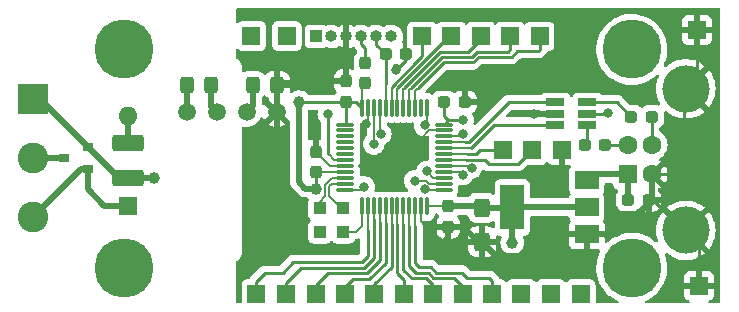
<source format=gbr>
G04 #@! TF.GenerationSoftware,KiCad,Pcbnew,6.0.5*
G04 #@! TF.CreationDate,2022-10-28T16:57:34+03:00*
G04 #@! TF.ProjectId,stm32,73746d33-322e-46b6-9963-61645f706362,rev?*
G04 #@! TF.SameCoordinates,Original*
G04 #@! TF.FileFunction,Copper,L1,Top*
G04 #@! TF.FilePolarity,Positive*
%FSLAX46Y46*%
G04 Gerber Fmt 4.6, Leading zero omitted, Abs format (unit mm)*
G04 Created by KiCad (PCBNEW 6.0.5) date 2022-10-28 16:57:34*
%MOMM*%
%LPD*%
G01*
G04 APERTURE LIST*
G04 Aperture macros list*
%AMRoundRect*
0 Rectangle with rounded corners*
0 $1 Rounding radius*
0 $2 $3 $4 $5 $6 $7 $8 $9 X,Y pos of 4 corners*
0 Add a 4 corners polygon primitive as box body*
4,1,4,$2,$3,$4,$5,$6,$7,$8,$9,$2,$3,0*
0 Add four circle primitives for the rounded corners*
1,1,$1+$1,$2,$3*
1,1,$1+$1,$4,$5*
1,1,$1+$1,$6,$7*
1,1,$1+$1,$8,$9*
0 Add four rect primitives between the rounded corners*
20,1,$1+$1,$2,$3,$4,$5,0*
20,1,$1+$1,$4,$5,$6,$7,0*
20,1,$1+$1,$6,$7,$8,$9,0*
20,1,$1+$1,$8,$9,$2,$3,0*%
G04 Aperture macros list end*
G04 #@! TA.AperFunction,ComponentPad*
%ADD10R,1.500000X1.500000*%
G04 #@! TD*
G04 #@! TA.AperFunction,SMDPad,CuDef*
%ADD11RoundRect,0.250000X-0.425000X0.537500X-0.425000X-0.537500X0.425000X-0.537500X0.425000X0.537500X0*%
G04 #@! TD*
G04 #@! TA.AperFunction,SMDPad,CuDef*
%ADD12RoundRect,0.237500X-0.237500X0.287500X-0.237500X-0.287500X0.237500X-0.287500X0.237500X0.287500X0*%
G04 #@! TD*
G04 #@! TA.AperFunction,SMDPad,CuDef*
%ADD13RoundRect,0.237500X0.287500X0.237500X-0.287500X0.237500X-0.287500X-0.237500X0.287500X-0.237500X0*%
G04 #@! TD*
G04 #@! TA.AperFunction,SMDPad,CuDef*
%ADD14RoundRect,0.237500X0.237500X-0.287500X0.237500X0.287500X-0.237500X0.287500X-0.237500X-0.287500X0*%
G04 #@! TD*
G04 #@! TA.AperFunction,SMDPad,CuDef*
%ADD15R,0.900000X0.800000*%
G04 #@! TD*
G04 #@! TA.AperFunction,ComponentPad*
%ADD16C,5.000000*%
G04 #@! TD*
G04 #@! TA.AperFunction,SMDPad,CuDef*
%ADD17RoundRect,0.075000X-0.662500X-0.075000X0.662500X-0.075000X0.662500X0.075000X-0.662500X0.075000X0*%
G04 #@! TD*
G04 #@! TA.AperFunction,SMDPad,CuDef*
%ADD18RoundRect,0.075000X-0.075000X-0.662500X0.075000X-0.662500X0.075000X0.662500X-0.075000X0.662500X0*%
G04 #@! TD*
G04 #@! TA.AperFunction,SMDPad,CuDef*
%ADD19RoundRect,0.237500X-0.287500X-0.237500X0.287500X-0.237500X0.287500X0.237500X-0.287500X0.237500X0*%
G04 #@! TD*
G04 #@! TA.AperFunction,SMDPad,CuDef*
%ADD20RoundRect,0.250000X-0.325000X-0.450000X0.325000X-0.450000X0.325000X0.450000X-0.325000X0.450000X0*%
G04 #@! TD*
G04 #@! TA.AperFunction,SMDPad,CuDef*
%ADD21RoundRect,0.250001X-1.074999X0.462499X-1.074999X-0.462499X1.074999X-0.462499X1.074999X0.462499X0*%
G04 #@! TD*
G04 #@! TA.AperFunction,SMDPad,CuDef*
%ADD22R,2.000000X1.500000*%
G04 #@! TD*
G04 #@! TA.AperFunction,SMDPad,CuDef*
%ADD23R,2.000000X3.800000*%
G04 #@! TD*
G04 #@! TA.AperFunction,SMDPad,CuDef*
%ADD24R,1.560000X0.650000*%
G04 #@! TD*
G04 #@! TA.AperFunction,ComponentPad*
%ADD25R,2.600000X2.600000*%
G04 #@! TD*
G04 #@! TA.AperFunction,ComponentPad*
%ADD26C,2.600000*%
G04 #@! TD*
G04 #@! TA.AperFunction,ComponentPad*
%ADD27O,1.000000X1.000000*%
G04 #@! TD*
G04 #@! TA.AperFunction,ComponentPad*
%ADD28R,1.000000X1.000000*%
G04 #@! TD*
G04 #@! TA.AperFunction,ComponentPad*
%ADD29R,1.600000X1.600000*%
G04 #@! TD*
G04 #@! TA.AperFunction,ComponentPad*
%ADD30O,1.600000X1.600000*%
G04 #@! TD*
G04 #@! TA.AperFunction,ComponentPad*
%ADD31C,1.500000*%
G04 #@! TD*
G04 #@! TA.AperFunction,ComponentPad*
%ADD32C,4.000000*%
G04 #@! TD*
G04 #@! TA.AperFunction,ComponentPad*
%ADD33C,1.600000*%
G04 #@! TD*
G04 #@! TA.AperFunction,ViaPad*
%ADD34C,0.800000*%
G04 #@! TD*
G04 #@! TA.AperFunction,ViaPad*
%ADD35C,1.000000*%
G04 #@! TD*
G04 #@! TA.AperFunction,Conductor*
%ADD36C,0.250000*%
G04 #@! TD*
G04 #@! TA.AperFunction,Conductor*
%ADD37C,0.200000*%
G04 #@! TD*
G04 #@! TA.AperFunction,Conductor*
%ADD38C,0.500000*%
G04 #@! TD*
G04 APERTURE END LIST*
D10*
X111607600Y-62001400D03*
X85725000Y-74218800D03*
X113182400Y-74218800D03*
X110667800Y-74218800D03*
X108153200Y-74218800D03*
D11*
X104800400Y-66903600D03*
X104800400Y-69778600D03*
D12*
X93268800Y-56212800D03*
X93268800Y-57962800D03*
D13*
X103350000Y-57962800D03*
X101600000Y-57962800D03*
D14*
X101955600Y-68501200D03*
X101955600Y-66751200D03*
D12*
X90728800Y-62167800D03*
X90728800Y-63917800D03*
D15*
X71437500Y-63622000D03*
X71437500Y-61722000D03*
X69437500Y-62672000D03*
D16*
X74500000Y-53500000D03*
X117500000Y-53500000D03*
X117500000Y-72000000D03*
X74500000Y-72000000D03*
D13*
X115276600Y-61569600D03*
X113526600Y-61569600D03*
X119227600Y-59182000D03*
X117477600Y-59182000D03*
X96661000Y-53924200D03*
X98411000Y-53924200D03*
D14*
X94945200Y-56360000D03*
X94945200Y-54610000D03*
D17*
X93246500Y-59861000D03*
X93246500Y-60361000D03*
X93246500Y-60861000D03*
X93246500Y-61361000D03*
X93246500Y-61861000D03*
X93246500Y-62361000D03*
X93246500Y-62861000D03*
X93246500Y-63361000D03*
X93246500Y-63861000D03*
X93246500Y-64361000D03*
X93246500Y-64861000D03*
X93246500Y-65361000D03*
D18*
X94659000Y-66773500D03*
X95159000Y-66773500D03*
X95659000Y-66773500D03*
X96159000Y-66773500D03*
X96659000Y-66773500D03*
X97159000Y-66773500D03*
X97659000Y-66773500D03*
X98159000Y-66773500D03*
X98659000Y-66773500D03*
X99159000Y-66773500D03*
X99659000Y-66773500D03*
X100159000Y-66773500D03*
D17*
X101571500Y-65361000D03*
X101571500Y-64861000D03*
X101571500Y-64361000D03*
X101571500Y-63861000D03*
X101571500Y-63361000D03*
X101571500Y-62861000D03*
X101571500Y-62361000D03*
X101571500Y-61861000D03*
X101571500Y-61361000D03*
X101571500Y-60861000D03*
X101571500Y-60361000D03*
X101571500Y-59861000D03*
D18*
X100159000Y-58448500D03*
X99659000Y-58448500D03*
X99159000Y-58448500D03*
X98659000Y-58448500D03*
X98159000Y-58448500D03*
X97659000Y-58448500D03*
X97159000Y-58448500D03*
X96659000Y-58448500D03*
X96159000Y-58448500D03*
X95659000Y-58448500D03*
X95159000Y-58448500D03*
X94659000Y-58448500D03*
D19*
X117195600Y-66243200D03*
X118945600Y-66243200D03*
D20*
X85407500Y-56515000D03*
X87457500Y-56515000D03*
X79865000Y-56515000D03*
X81915000Y-56515000D03*
D21*
X74828400Y-61417200D03*
X74828400Y-64392200D03*
D22*
X113690400Y-69166800D03*
X113690400Y-66866800D03*
D23*
X107390400Y-66866800D03*
D22*
X113690400Y-64566800D03*
D24*
X113741200Y-59878000D03*
X113741200Y-58928000D03*
X113741200Y-57978000D03*
X111041200Y-57978000D03*
X111041200Y-58928000D03*
X111041200Y-59878000D03*
D25*
X66802000Y-57658000D03*
D26*
X66802000Y-62658000D03*
X66802000Y-67658000D03*
D27*
X97150400Y-52400200D03*
X95880400Y-52400200D03*
X94610400Y-52400200D03*
X93340400Y-52400200D03*
X92070400Y-52400200D03*
D28*
X90800400Y-52400200D03*
D29*
X74828400Y-66751200D03*
D30*
X74828400Y-59131200D03*
D31*
X87439500Y-58801000D03*
X84899500Y-58801000D03*
X82359500Y-58801000D03*
X79819500Y-58801000D03*
D32*
X122081000Y-56821500D03*
X122081000Y-68821500D03*
D33*
X119221000Y-64071500D03*
X119221000Y-61571500D03*
X117221000Y-61571500D03*
D29*
X117221000Y-64071500D03*
D10*
X103174800Y-74218800D03*
X85293200Y-52349400D03*
X99744000Y-52400200D03*
X102230400Y-52400200D03*
X109698000Y-52400200D03*
D28*
X93065600Y-66954400D03*
D10*
X100685600Y-74218800D03*
D28*
X91084400Y-66954400D03*
D10*
X93218000Y-74218800D03*
X98196400Y-74218800D03*
X109093000Y-62001400D03*
X123190000Y-73507600D03*
D28*
X93065600Y-68935600D03*
D10*
X90728800Y-74218800D03*
X104719600Y-52400200D03*
X106603800Y-62001400D03*
X88239600Y-74218800D03*
X95707200Y-74218800D03*
D28*
X91084400Y-68935600D03*
D10*
X105664000Y-74218800D03*
X107208800Y-52400200D03*
X88290400Y-52349400D03*
X123037600Y-51866800D03*
D34*
X115493800Y-58877200D03*
X100152200Y-63804800D03*
X99110800Y-64617600D03*
X99974400Y-65354200D03*
X97510600Y-55270400D03*
X99669600Y-61569600D03*
X90525600Y-59994800D03*
X109220000Y-58978800D03*
X104698800Y-57962800D03*
X88138000Y-70002400D03*
X100330000Y-70789800D03*
X94996000Y-59817000D03*
D35*
X107391200Y-69850000D03*
X89331800Y-57962800D03*
D34*
X103225600Y-59486800D03*
D35*
X90728800Y-65278000D03*
D34*
X91795600Y-58978800D03*
X103174800Y-64109600D03*
X103936800Y-63550800D03*
X95656400Y-61518800D03*
X96266000Y-60655200D03*
D35*
X77012800Y-64363600D03*
D34*
X103225600Y-60655200D03*
X99957486Y-59926180D03*
X94843600Y-65125600D03*
D36*
X113741200Y-58928000D02*
X115443000Y-58928000D01*
X115443000Y-58928000D02*
X115493800Y-58877200D01*
X107848400Y-63195200D02*
X109042200Y-62001400D01*
X109042200Y-62001400D02*
X109093000Y-62001400D01*
X104508300Y-62166500D02*
X104313800Y-62361000D01*
X106603800Y-62001400D02*
X104673400Y-62001400D01*
X104673400Y-62001400D02*
X104508300Y-62166500D01*
X103501000Y-62861000D02*
X105075800Y-62861000D01*
X107848400Y-63195200D02*
X105410000Y-63195200D01*
X105410000Y-63195200D02*
X105075800Y-62861000D01*
D37*
X100708400Y-64361000D02*
X100152200Y-63804800D01*
X101571500Y-64361000D02*
X100708400Y-64361000D01*
X100101400Y-64617600D02*
X99110800Y-64617600D01*
X100344800Y-64861000D02*
X100101400Y-64617600D01*
X101571500Y-64861000D02*
X100344800Y-64861000D01*
X99981200Y-65361000D02*
X99974400Y-65354200D01*
X101571500Y-65361000D02*
X99981200Y-65361000D01*
D36*
X101955600Y-68501200D02*
X101955600Y-69164200D01*
X101955600Y-69164200D02*
X100330000Y-70789800D01*
X87934800Y-72440800D02*
X86436200Y-72440800D01*
X86436200Y-72440800D02*
X85725000Y-73152000D01*
X85725000Y-73152000D02*
X85725000Y-74218800D01*
X95159000Y-68823400D02*
X95159000Y-71007800D01*
X95159000Y-71007800D02*
X94665800Y-71501000D01*
X94665800Y-71501000D02*
X88849200Y-71501000D01*
X88849200Y-71501000D02*
X88849200Y-71526400D01*
X88849200Y-71526400D02*
X87934800Y-72440800D01*
X94843600Y-71983600D02*
X89535000Y-71983600D01*
X89535000Y-71983600D02*
X88239600Y-73279000D01*
X88239600Y-73279000D02*
X88239600Y-74218800D01*
X95659000Y-67866200D02*
X95656400Y-67868800D01*
X95656400Y-67868800D02*
X95656400Y-71170800D01*
X95656400Y-71170800D02*
X94843600Y-71983600D01*
X95072200Y-72415400D02*
X91795600Y-72415400D01*
X91795600Y-72415400D02*
X90728800Y-73482200D01*
X90728800Y-73482200D02*
X90728800Y-74218800D01*
X96159000Y-68077400D02*
X96159000Y-71328600D01*
X96159000Y-71328600D02*
X95072200Y-72415400D01*
X97180400Y-71907400D02*
X95707200Y-73380600D01*
X95707200Y-73380600D02*
X95707200Y-74218800D01*
X93218000Y-74218800D02*
X93218000Y-73583800D01*
X93218000Y-73583800D02*
X93878400Y-72923400D01*
X93878400Y-72923400D02*
X95275400Y-72923400D01*
X95275400Y-72923400D02*
X96659000Y-71539800D01*
X96659000Y-71539800D02*
X96659000Y-68187000D01*
X97180400Y-71907400D02*
X97180400Y-68267200D01*
X97180400Y-68267200D02*
X97159000Y-68245800D01*
X99159000Y-68425000D02*
X99159000Y-71600000D01*
X99159000Y-71600000D02*
X99517200Y-71958200D01*
X99517200Y-71958200D02*
X100507800Y-71958200D01*
X100507800Y-71958200D02*
X100939600Y-72390000D01*
X103581200Y-72847200D02*
X105435400Y-72847200D01*
X105664000Y-73075800D02*
X105664000Y-74218800D01*
X100939600Y-72390000D02*
X103124000Y-72390000D01*
X103124000Y-72390000D02*
X103581200Y-72847200D01*
X105435400Y-72847200D02*
X105664000Y-73075800D01*
X103174800Y-74218800D02*
X103174800Y-73583800D01*
X98659000Y-71811200D02*
X98659000Y-68473000D01*
X103174800Y-73583800D02*
X102412800Y-72821800D01*
X102412800Y-72821800D02*
X100711000Y-72821800D01*
X100711000Y-72821800D02*
X100304600Y-72415400D01*
X100304600Y-72415400D02*
X100304600Y-72390000D01*
X100304600Y-72390000D02*
X99237800Y-72390000D01*
X99237800Y-72390000D02*
X98659000Y-71811200D01*
X100685600Y-74218800D02*
X100685600Y-73482200D01*
X100685600Y-73482200D02*
X100076000Y-72872600D01*
X98159000Y-68312600D02*
X98159000Y-72174800D01*
X98159000Y-72174800D02*
X98856800Y-72872600D01*
X98856800Y-72872600D02*
X100076000Y-72872600D01*
X97659000Y-68304600D02*
X97659000Y-72462200D01*
X97659000Y-72462200D02*
X98196400Y-72999600D01*
X98196400Y-72999600D02*
X98196400Y-74218800D01*
D38*
X101805800Y-68501200D02*
X101955600Y-68501200D01*
D37*
X95159000Y-66773500D02*
X95159000Y-68823400D01*
D38*
X105852100Y-70830300D02*
X104800400Y-69778600D01*
D36*
X105852100Y-70830300D02*
X113624500Y-70830300D01*
X113624500Y-70830300D02*
X113690400Y-70764400D01*
X91795600Y-58978800D02*
X91795600Y-62331600D01*
X91795600Y-62331600D02*
X91846400Y-62382400D01*
X107823000Y-53619400D02*
X109601000Y-53619400D01*
X109601000Y-53619400D02*
X109698000Y-53522400D01*
X109698000Y-53522400D02*
X109698000Y-52400200D01*
X99364800Y-56794400D02*
X101574600Y-54584600D01*
X101574600Y-54584600D02*
X104063800Y-54584600D01*
X104546400Y-54102000D02*
X107340400Y-54102000D01*
X107340400Y-54102000D02*
X107823000Y-53619400D01*
X104063800Y-54584600D02*
X104546400Y-54102000D01*
X104419400Y-53695600D02*
X107010200Y-53695600D01*
X107010200Y-53695600D02*
X107208800Y-53497000D01*
X107208800Y-53497000D02*
X107208800Y-52400200D01*
X98806000Y-56794400D02*
X101422200Y-54178200D01*
X101422200Y-54178200D02*
X103936800Y-54178200D01*
X103936800Y-54178200D02*
X104419400Y-53695600D01*
X98247200Y-56794400D02*
X101295200Y-53746400D01*
X101295200Y-53746400D02*
X103606600Y-53746400D01*
X103606600Y-53746400D02*
X104719600Y-52633400D01*
X104719600Y-52633400D02*
X104719600Y-52400200D01*
X102230400Y-52400200D02*
X102031800Y-52400200D01*
X102031800Y-52400200D02*
X97659000Y-56773000D01*
X99744000Y-52400200D02*
X99744000Y-54078400D01*
X99744000Y-54078400D02*
X99314000Y-54508400D01*
X95880400Y-52400200D02*
X95880400Y-53143600D01*
X95880400Y-53143600D02*
X96661000Y-53924200D01*
X94945200Y-54610000D02*
X94945200Y-53416200D01*
X94945200Y-53416200D02*
X94610400Y-53081400D01*
X94610400Y-53081400D02*
X94610400Y-52400200D01*
X93340400Y-52400200D02*
X93340400Y-56141200D01*
X93340400Y-56141200D02*
X93268800Y-56212800D01*
X98411000Y-54370000D02*
X97510600Y-55270400D01*
X98411000Y-53924200D02*
X98411000Y-54370000D01*
D38*
X89331800Y-57962800D02*
X89331800Y-64744600D01*
X89331800Y-64744600D02*
X89865200Y-65278000D01*
D36*
X93268800Y-57962800D02*
X89331800Y-57962800D01*
D38*
X89865200Y-65278000D02*
X90728800Y-65278000D01*
D36*
X96675000Y-56388000D02*
X96675000Y-53938200D01*
X96675000Y-53938200D02*
X96661000Y-53924200D01*
X98741200Y-53594000D02*
X98411000Y-53924200D01*
D37*
X95159000Y-59654000D02*
X94996000Y-59817000D01*
X95159000Y-58448500D02*
X95159000Y-59654000D01*
D36*
X119221000Y-64071500D02*
X120891300Y-64071500D01*
D38*
X104475000Y-69778600D02*
X103174800Y-68478400D01*
D37*
X100370200Y-60361000D02*
X99669600Y-61061600D01*
D38*
X87457500Y-58783000D02*
X87439500Y-58801000D01*
X116253200Y-69166800D02*
X118945600Y-66474400D01*
X101955600Y-68501200D02*
X103152000Y-68501200D01*
D36*
X87759700Y-56212800D02*
X87457500Y-56515000D01*
D37*
X100098800Y-68501200D02*
X101955600Y-68501200D01*
D38*
X113690400Y-69166800D02*
X116253200Y-69166800D01*
X103152000Y-68501200D02*
X103174800Y-68478400D01*
X119221000Y-64071500D02*
X119221000Y-65967800D01*
D37*
X93246500Y-63361000D02*
X91922000Y-63361000D01*
D36*
X123037600Y-51866800D02*
X123037600Y-55864900D01*
X123190000Y-69930500D02*
X122081000Y-68821500D01*
D37*
X99659000Y-66773500D02*
X99659000Y-68061400D01*
D38*
X87457500Y-56515000D02*
X87457500Y-58783000D01*
X109270800Y-58928000D02*
X109220000Y-58978800D01*
X113690400Y-69166800D02*
X113690400Y-70764400D01*
D36*
X90728800Y-62167800D02*
X90728800Y-60198000D01*
X121931000Y-63031800D02*
X121931000Y-56801500D01*
D37*
X101571500Y-60361000D02*
X100370200Y-60361000D01*
D36*
X93268800Y-56212800D02*
X87759700Y-56212800D01*
X90728800Y-60198000D02*
X90525600Y-59994800D01*
X119332700Y-66243200D02*
X121931000Y-68841500D01*
D38*
X111041200Y-58928000D02*
X109270800Y-58928000D01*
D37*
X91922000Y-63361000D02*
X90728800Y-62167800D01*
D38*
X103350000Y-57962800D02*
X104698800Y-57962800D01*
X118945600Y-66474400D02*
X118945600Y-66243200D01*
X88138000Y-70002400D02*
X87439500Y-69303900D01*
X87439500Y-69303900D02*
X87439500Y-58801000D01*
D36*
X120891300Y-64071500D02*
X121931000Y-63031800D01*
X123037600Y-55864900D02*
X122081000Y-56821500D01*
D37*
X99659000Y-68061400D02*
X100098800Y-68501200D01*
D38*
X104800400Y-69778600D02*
X104475000Y-69778600D01*
X119221000Y-65967800D02*
X118945600Y-66243200D01*
D37*
X99669600Y-61061600D02*
X99669600Y-61569600D01*
D36*
X118945600Y-66243200D02*
X119332700Y-66243200D01*
X123190000Y-73507600D02*
X123190000Y-69930500D01*
X93268800Y-57962800D02*
X93268800Y-59838700D01*
X101600000Y-57962800D02*
X101600000Y-59141100D01*
X94173300Y-57962800D02*
X94659000Y-58448500D01*
D37*
X100159000Y-66773500D02*
X101933300Y-66773500D01*
D38*
X107390400Y-69849200D02*
X107391200Y-69850000D01*
D36*
X93268800Y-59838700D02*
X93246500Y-59861000D01*
D38*
X104648000Y-66751200D02*
X104800400Y-66903600D01*
D37*
X90785600Y-63861000D02*
X90728800Y-63917800D01*
X94659000Y-58448500D02*
X94659000Y-56646200D01*
D38*
X107390400Y-66866800D02*
X107390400Y-69849200D01*
X113690400Y-66866800D02*
X111469200Y-66866800D01*
X111469200Y-66866800D02*
X110300800Y-66866800D01*
D37*
X94659000Y-56646200D02*
X94945200Y-56360000D01*
D36*
X93268800Y-57962800D02*
X94173300Y-57962800D01*
X101600000Y-59141100D02*
X101945700Y-59486800D01*
D38*
X110300800Y-66866800D02*
X107390400Y-66866800D01*
D36*
X101945700Y-59486800D02*
X101571500Y-59861000D01*
X90728800Y-65278000D02*
X90728800Y-63917800D01*
D38*
X104800400Y-66903600D02*
X107353600Y-66903600D01*
D37*
X101933300Y-66773500D02*
X101955600Y-66751200D01*
D38*
X101955600Y-66751200D02*
X104648000Y-66751200D01*
D37*
X93246500Y-63861000D02*
X90785600Y-63861000D01*
D36*
X103225600Y-59486800D02*
X101945700Y-59486800D01*
D38*
X107353600Y-66903600D02*
X107390400Y-66866800D01*
X117221000Y-64071500D02*
X117221000Y-66217800D01*
X117221000Y-64071500D02*
X114185700Y-64071500D01*
X85407500Y-58293000D02*
X84899500Y-58801000D01*
X117221000Y-66217800D02*
X117195600Y-66243200D01*
X85407500Y-56515000D02*
X85407500Y-58293000D01*
X114185700Y-64071500D02*
X113690400Y-64566800D01*
D37*
X92325000Y-62861000D02*
X91846400Y-62382400D01*
X93246500Y-62861000D02*
X92325000Y-62861000D01*
X96675000Y-56388000D02*
X96675000Y-58432500D01*
X96675000Y-58432500D02*
X96659000Y-58448500D01*
X102926200Y-63861000D02*
X103174800Y-64109600D01*
X101571500Y-63861000D02*
X102926200Y-63861000D01*
X103747000Y-63361000D02*
X103936800Y-63550800D01*
X101571500Y-63361000D02*
X103747000Y-63361000D01*
X95659000Y-58448500D02*
X95659000Y-61516200D01*
X95659000Y-61516200D02*
X95656400Y-61518800D01*
X96159000Y-60548200D02*
X96266000Y-60655200D01*
X96159000Y-58448500D02*
X96159000Y-60548200D01*
D38*
X71437500Y-63622000D02*
X70838000Y-63622000D01*
X70838000Y-63622000D02*
X66802000Y-67658000D01*
X72847200Y-66751200D02*
X74828400Y-66751200D01*
X71437500Y-63622000D02*
X71437500Y-65341500D01*
X71437500Y-65341500D02*
X72847200Y-66751200D01*
X67373500Y-57658000D02*
X71437500Y-61722000D01*
X74107700Y-64392200D02*
X71437500Y-61722000D01*
X74828400Y-64392200D02*
X74107700Y-64392200D01*
X66802000Y-57658000D02*
X67373500Y-57658000D01*
X77012800Y-64363600D02*
X74857000Y-64363600D01*
X74857000Y-64363600D02*
X74828400Y-64392200D01*
D37*
X103019800Y-60861000D02*
X103225600Y-60655200D01*
X101571500Y-60861000D02*
X103019800Y-60861000D01*
X100159000Y-58448500D02*
X100159000Y-59724666D01*
X100159000Y-59724666D02*
X99957486Y-59926180D01*
D38*
X74828400Y-59131200D02*
X74828400Y-61417200D01*
X79865000Y-58755500D02*
X79819500Y-58801000D01*
X79865000Y-56515000D02*
X79865000Y-58755500D01*
X81915000Y-58356500D02*
X82359500Y-58801000D01*
X69423500Y-62658000D02*
X69437500Y-62672000D01*
X81915000Y-56515000D02*
X81915000Y-58356500D01*
X66802000Y-62658000D02*
X69423500Y-62658000D01*
D36*
X111041200Y-59878000D02*
X105855600Y-59878000D01*
D37*
X101571500Y-61861000D02*
X103872600Y-61861000D01*
D36*
X105855600Y-59878000D02*
X103872600Y-61861000D01*
D37*
X101571500Y-61361000D02*
X103383400Y-61361000D01*
D36*
X107071200Y-57978000D02*
X111041200Y-57978000D01*
X103688200Y-61361000D02*
X107071200Y-57978000D01*
X103383400Y-61361000D02*
X103688200Y-61361000D01*
X115278500Y-61571500D02*
X115276600Y-61569600D01*
X117221000Y-61571500D02*
X115278500Y-61571500D01*
X119221000Y-61571500D02*
X119221000Y-59188600D01*
X119221000Y-59188600D02*
X119227600Y-59182000D01*
X113741200Y-61355000D02*
X113526600Y-61569600D01*
X113741200Y-59878000D02*
X113741200Y-61355000D01*
X116273600Y-57978000D02*
X117477600Y-59182000D01*
X113741200Y-57978000D02*
X116273600Y-57978000D01*
D37*
X95659000Y-66773500D02*
X95659000Y-67866200D01*
X96159000Y-66773500D02*
X96159000Y-68077400D01*
X96659000Y-66773500D02*
X96659000Y-68187000D01*
X101571500Y-62861000D02*
X103501000Y-62861000D01*
D36*
X103551800Y-62361000D02*
X104313800Y-62361000D01*
D37*
X101571500Y-62361000D02*
X103551800Y-62361000D01*
X97659000Y-58448500D02*
X97659000Y-56773000D01*
X97159000Y-58448500D02*
X97159000Y-56663400D01*
D36*
X97159000Y-56663400D02*
X99314000Y-54508400D01*
D37*
X97159000Y-66773500D02*
X97159000Y-68245800D01*
X97659000Y-66773500D02*
X97659000Y-68304600D01*
X98659000Y-58448500D02*
X98659000Y-56941400D01*
X98659000Y-56941400D02*
X98806000Y-56794400D01*
X98159000Y-58448500D02*
X98159000Y-56882600D01*
X98159000Y-56882600D02*
X98247200Y-56794400D01*
X98159000Y-66773500D02*
X98159000Y-68312600D01*
X99159000Y-57000200D02*
X99364800Y-56794400D01*
X99159000Y-58448500D02*
X99159000Y-57000200D01*
X92153800Y-64361000D02*
X91541600Y-64973200D01*
X91084400Y-66395600D02*
X91084400Y-66954400D01*
X93246500Y-64361000D02*
X92153800Y-64361000D01*
X91541600Y-65938400D02*
X91084400Y-66395600D01*
X91541600Y-64973200D02*
X91541600Y-65938400D01*
X92111000Y-64861000D02*
X91897200Y-65074800D01*
X93246500Y-64861000D02*
X92111000Y-64861000D01*
X92913200Y-66954400D02*
X93065600Y-66954400D01*
X91897200Y-65938400D02*
X92913200Y-66954400D01*
X91897200Y-65074800D02*
X91897200Y-65938400D01*
X94608200Y-65361000D02*
X94843600Y-65125600D01*
X93246500Y-65361000D02*
X94608200Y-65361000D01*
X94132400Y-68935600D02*
X93065600Y-68935600D01*
X94659000Y-66773500D02*
X94659000Y-68409000D01*
X94659000Y-68409000D02*
X94132400Y-68935600D01*
X98659000Y-66773500D02*
X98659000Y-68473000D01*
X99159000Y-66773500D02*
X99159000Y-68425000D01*
G04 #@! TA.AperFunction,Conductor*
G36*
X124941621Y-50020502D02*
G01*
X124988114Y-50074158D01*
X124999500Y-50126500D01*
X124999500Y-74873500D01*
X124979498Y-74941621D01*
X124925842Y-74988114D01*
X124873500Y-74999500D01*
X124103330Y-74999500D01*
X124035209Y-74979498D01*
X123988716Y-74925842D01*
X123978612Y-74855568D01*
X124008106Y-74790988D01*
X124059100Y-74755518D01*
X124178054Y-74710924D01*
X124193649Y-74702386D01*
X124295724Y-74625885D01*
X124308285Y-74613324D01*
X124384786Y-74511249D01*
X124393324Y-74495654D01*
X124438478Y-74375206D01*
X124442105Y-74359951D01*
X124447631Y-74309086D01*
X124448000Y-74302272D01*
X124448000Y-73779715D01*
X124443525Y-73764476D01*
X124442135Y-73763271D01*
X124434452Y-73761600D01*
X121950116Y-73761600D01*
X121934877Y-73766075D01*
X121933672Y-73767465D01*
X121932001Y-73775148D01*
X121932001Y-74302269D01*
X121932371Y-74309090D01*
X121937895Y-74359952D01*
X121941521Y-74375204D01*
X121986676Y-74495654D01*
X121995214Y-74511249D01*
X122071715Y-74613324D01*
X122084276Y-74625885D01*
X122186351Y-74702386D01*
X122201946Y-74710924D01*
X122320900Y-74755518D01*
X122377664Y-74798160D01*
X122402364Y-74864721D01*
X122387157Y-74934070D01*
X122336871Y-74984188D01*
X122276670Y-74999500D01*
X118732609Y-74999500D01*
X118664488Y-74979498D01*
X118617995Y-74925842D01*
X118607891Y-74855568D01*
X118637385Y-74790988D01*
X118681962Y-74758128D01*
X118864507Y-74677996D01*
X119108225Y-74535579D01*
X119160125Y-74505251D01*
X119160127Y-74505250D01*
X119163265Y-74503416D01*
X119334025Y-74375206D01*
X119437071Y-74297837D01*
X119437075Y-74297834D01*
X119439978Y-74295654D01*
X119690977Y-74057465D01*
X119912936Y-73792005D01*
X119931811Y-73763271D01*
X120100926Y-73505818D01*
X120100931Y-73505809D01*
X120102913Y-73502792D01*
X120227856Y-73254372D01*
X120237355Y-73235485D01*
X121932000Y-73235485D01*
X121936475Y-73250724D01*
X121937865Y-73251929D01*
X121945548Y-73253600D01*
X122917885Y-73253600D01*
X122933124Y-73249125D01*
X122934329Y-73247735D01*
X122936000Y-73240052D01*
X122936000Y-73235485D01*
X123444000Y-73235485D01*
X123448475Y-73250724D01*
X123449865Y-73251929D01*
X123457548Y-73253600D01*
X124429884Y-73253600D01*
X124445123Y-73249125D01*
X124446328Y-73247735D01*
X124447999Y-73240052D01*
X124447999Y-72712931D01*
X124447629Y-72706110D01*
X124442105Y-72655248D01*
X124438479Y-72639996D01*
X124393324Y-72519546D01*
X124384786Y-72503951D01*
X124308285Y-72401876D01*
X124295724Y-72389315D01*
X124193649Y-72312814D01*
X124178054Y-72304276D01*
X124057606Y-72259122D01*
X124042351Y-72255495D01*
X123991486Y-72249969D01*
X123984672Y-72249600D01*
X123462115Y-72249600D01*
X123446876Y-72254075D01*
X123445671Y-72255465D01*
X123444000Y-72263148D01*
X123444000Y-73235485D01*
X122936000Y-73235485D01*
X122936000Y-72267716D01*
X122931525Y-72252477D01*
X122930135Y-72251272D01*
X122922452Y-72249601D01*
X122395331Y-72249601D01*
X122388510Y-72249971D01*
X122337648Y-72255495D01*
X122322396Y-72259121D01*
X122201946Y-72304276D01*
X122186351Y-72312814D01*
X122084276Y-72389315D01*
X122071715Y-72401876D01*
X121995214Y-72503951D01*
X121986676Y-72519546D01*
X121941522Y-72639994D01*
X121937895Y-72655249D01*
X121932369Y-72706114D01*
X121932000Y-72712928D01*
X121932000Y-73235485D01*
X120237355Y-73235485D01*
X120256763Y-73196898D01*
X120256766Y-73196890D01*
X120258390Y-73193662D01*
X120259723Y-73190019D01*
X120376057Y-72872122D01*
X120376060Y-72872112D01*
X120377305Y-72868710D01*
X120378150Y-72865188D01*
X120378153Y-72865180D01*
X120457237Y-72535772D01*
X120457238Y-72535768D01*
X120458084Y-72532243D01*
X120458521Y-72528633D01*
X120499318Y-72191501D01*
X120499318Y-72191495D01*
X120499654Y-72188722D01*
X120499778Y-72184795D01*
X120504844Y-72023564D01*
X120505585Y-72000000D01*
X120504854Y-71987314D01*
X120485875Y-71658167D01*
X120485874Y-71658162D01*
X120485666Y-71654547D01*
X120469991Y-71564731D01*
X120426798Y-71317245D01*
X120426796Y-71317238D01*
X120426174Y-71313672D01*
X120405019Y-71242252D01*
X120370179Y-71124637D01*
X120327897Y-70981894D01*
X120326476Y-70978562D01*
X120326470Y-70978546D01*
X120300297Y-70917186D01*
X120291968Y-70846679D01*
X120323081Y-70782863D01*
X120383756Y-70745998D01*
X120454730Y-70747789D01*
X120490255Y-70765815D01*
X120731281Y-70940930D01*
X120737961Y-70945170D01*
X121007572Y-71093390D01*
X121014707Y-71096747D01*
X121300770Y-71210008D01*
X121308296Y-71212453D01*
X121606279Y-71288962D01*
X121614050Y-71290445D01*
X121919278Y-71329003D01*
X121927169Y-71329500D01*
X122234831Y-71329500D01*
X122242722Y-71329003D01*
X122547950Y-71290445D01*
X122555721Y-71288962D01*
X122853704Y-71212453D01*
X122861230Y-71210008D01*
X123147293Y-71096747D01*
X123154428Y-71093390D01*
X123424039Y-70945170D01*
X123430719Y-70940930D01*
X123653823Y-70778836D01*
X123662246Y-70767913D01*
X123655342Y-70755052D01*
X121722922Y-68822632D01*
X122445408Y-68822632D01*
X122445539Y-68824465D01*
X122449790Y-68831080D01*
X124012145Y-70393435D01*
X124025407Y-70400677D01*
X124035512Y-70393488D01*
X124111505Y-70301629D01*
X124116149Y-70295236D01*
X124280999Y-70035474D01*
X124284811Y-70028541D01*
X124415801Y-69750172D01*
X124418716Y-69742809D01*
X124513783Y-69450223D01*
X124515754Y-69442546D01*
X124573400Y-69140355D01*
X124574393Y-69132494D01*
X124593710Y-68825458D01*
X124593710Y-68817542D01*
X124574393Y-68510506D01*
X124573400Y-68502645D01*
X124515754Y-68200454D01*
X124513783Y-68192776D01*
X124418716Y-67900191D01*
X124415801Y-67892828D01*
X124284811Y-67614459D01*
X124280999Y-67607526D01*
X124116149Y-67347764D01*
X124111505Y-67341371D01*
X124036503Y-67250710D01*
X124023986Y-67242255D01*
X124013248Y-67248462D01*
X122453022Y-68808688D01*
X122445408Y-68822632D01*
X121722922Y-68822632D01*
X120149855Y-67249565D01*
X120136593Y-67242323D01*
X120126488Y-67249512D01*
X120050495Y-67341371D01*
X120045851Y-67347764D01*
X119881001Y-67607526D01*
X119877189Y-67614459D01*
X119746199Y-67892828D01*
X119743284Y-67900191D01*
X119648217Y-68192776D01*
X119646246Y-68200454D01*
X119588600Y-68502645D01*
X119587607Y-68510506D01*
X119568290Y-68817542D01*
X119568290Y-68825458D01*
X119587607Y-69132494D01*
X119588600Y-69140355D01*
X119646246Y-69442546D01*
X119648217Y-69450223D01*
X119707352Y-69632222D01*
X119709380Y-69703189D01*
X119672717Y-69763987D01*
X119609005Y-69795313D01*
X119538471Y-69787220D01*
X119505689Y-69766969D01*
X119505041Y-69766415D01*
X119317174Y-69605962D01*
X119029967Y-69412967D01*
X118722482Y-69254261D01*
X118398793Y-69131950D01*
X118063190Y-69047652D01*
X117918981Y-69028667D01*
X117723728Y-69002961D01*
X117723720Y-69002960D01*
X117720124Y-69002487D01*
X117568991Y-69000112D01*
X117377780Y-68997108D01*
X117377776Y-68997108D01*
X117374139Y-68997051D01*
X117370524Y-68997412D01*
X117370520Y-68997412D01*
X117248176Y-69009624D01*
X117029823Y-69031419D01*
X117026286Y-69032190D01*
X117026281Y-69032191D01*
X116695283Y-69104360D01*
X116695278Y-69104361D01*
X116691739Y-69105133D01*
X116364367Y-69217217D01*
X116052048Y-69366186D01*
X115758921Y-69550064D01*
X115756087Y-69552334D01*
X115756082Y-69552338D01*
X115598702Y-69678424D01*
X115488871Y-69766415D01*
X115486318Y-69768995D01*
X115486309Y-69769003D01*
X115413961Y-69842113D01*
X115351828Y-69876465D01*
X115280987Y-69871771D01*
X115223929Y-69829522D01*
X115198770Y-69763133D01*
X115198400Y-69753486D01*
X115198400Y-69438915D01*
X115193925Y-69423676D01*
X115192535Y-69422471D01*
X115184852Y-69420800D01*
X113962515Y-69420800D01*
X113947276Y-69425275D01*
X113946071Y-69426665D01*
X113944400Y-69434348D01*
X113944400Y-70406684D01*
X113948875Y-70421923D01*
X113950265Y-70423128D01*
X113957948Y-70424799D01*
X114725675Y-70424799D01*
X114793796Y-70444801D01*
X114840289Y-70498457D01*
X114850393Y-70568731D01*
X114839962Y-70603850D01*
X114705478Y-70893570D01*
X114704338Y-70897017D01*
X114604327Y-71199423D01*
X114596828Y-71222097D01*
X114596092Y-71225652D01*
X114596091Y-71225655D01*
X114537141Y-71510315D01*
X114526658Y-71560935D01*
X114526336Y-71564546D01*
X114498188Y-71879938D01*
X114495898Y-71905592D01*
X114495993Y-71909222D01*
X114495993Y-71909223D01*
X114504701Y-72241762D01*
X114504956Y-72251501D01*
X114553712Y-72594076D01*
X114641519Y-72928777D01*
X114767214Y-73251167D01*
X114929130Y-73556974D01*
X114931180Y-73559957D01*
X114931182Y-73559960D01*
X115123065Y-73839152D01*
X115123071Y-73839159D01*
X115125122Y-73842144D01*
X115352592Y-74102898D01*
X115608524Y-74335778D01*
X115611472Y-74337896D01*
X115611474Y-74337898D01*
X115663391Y-74375204D01*
X115889527Y-74537699D01*
X116191876Y-74705985D01*
X116195225Y-74707372D01*
X116315257Y-74757091D01*
X116370538Y-74801639D01*
X116392959Y-74869003D01*
X116375401Y-74937794D01*
X116323439Y-74986172D01*
X116267039Y-74999500D01*
X114558900Y-74999500D01*
X114490779Y-74979498D01*
X114444286Y-74925842D01*
X114432900Y-74873500D01*
X114432899Y-73424842D01*
X114432899Y-73421424D01*
X114426251Y-73360220D01*
X114375926Y-73225976D01*
X114370546Y-73218797D01*
X114370544Y-73218794D01*
X114295328Y-73118435D01*
X114295327Y-73118434D01*
X114289946Y-73111254D01*
X114282765Y-73105872D01*
X114182406Y-73030656D01*
X114182403Y-73030654D01*
X114175224Y-73025274D01*
X114077827Y-72988762D01*
X114048375Y-72977721D01*
X114048373Y-72977721D01*
X114040980Y-72974949D01*
X114033130Y-72974096D01*
X114033129Y-72974096D01*
X113983174Y-72968669D01*
X113983173Y-72968669D01*
X113979777Y-72968300D01*
X113182517Y-72968300D01*
X112385024Y-72968301D01*
X112381630Y-72968670D01*
X112381624Y-72968670D01*
X112331678Y-72974095D01*
X112331674Y-72974096D01*
X112323820Y-72974949D01*
X112189576Y-73025274D01*
X112182397Y-73030654D01*
X112182394Y-73030656D01*
X112082035Y-73105872D01*
X112074854Y-73111254D01*
X112069473Y-73118434D01*
X112069472Y-73118435D01*
X112025926Y-73176538D01*
X111969066Y-73219053D01*
X111898248Y-73224079D01*
X111835955Y-73190019D01*
X111824274Y-73176538D01*
X111780728Y-73118435D01*
X111780727Y-73118434D01*
X111775346Y-73111254D01*
X111768165Y-73105872D01*
X111667806Y-73030656D01*
X111667803Y-73030654D01*
X111660624Y-73025274D01*
X111563227Y-72988762D01*
X111533775Y-72977721D01*
X111533773Y-72977721D01*
X111526380Y-72974949D01*
X111518530Y-72974096D01*
X111518529Y-72974096D01*
X111468574Y-72968669D01*
X111468573Y-72968669D01*
X111465177Y-72968300D01*
X110667917Y-72968300D01*
X109870424Y-72968301D01*
X109867030Y-72968670D01*
X109867024Y-72968670D01*
X109817078Y-72974095D01*
X109817074Y-72974096D01*
X109809220Y-72974949D01*
X109674976Y-73025274D01*
X109667797Y-73030654D01*
X109667794Y-73030656D01*
X109567435Y-73105872D01*
X109560254Y-73111254D01*
X109554873Y-73118434D01*
X109554872Y-73118435D01*
X109511326Y-73176538D01*
X109454466Y-73219053D01*
X109383648Y-73224079D01*
X109321355Y-73190019D01*
X109309674Y-73176538D01*
X109266128Y-73118435D01*
X109266127Y-73118434D01*
X109260746Y-73111254D01*
X109253565Y-73105872D01*
X109153206Y-73030656D01*
X109153203Y-73030654D01*
X109146024Y-73025274D01*
X109048627Y-72988762D01*
X109019175Y-72977721D01*
X109019173Y-72977721D01*
X109011780Y-72974949D01*
X109003930Y-72974096D01*
X109003929Y-72974096D01*
X108953974Y-72968669D01*
X108953973Y-72968669D01*
X108950577Y-72968300D01*
X108153317Y-72968300D01*
X107355824Y-72968301D01*
X107352430Y-72968670D01*
X107352424Y-72968670D01*
X107302478Y-72974095D01*
X107302474Y-72974096D01*
X107294620Y-72974949D01*
X107160376Y-73025274D01*
X107153197Y-73030654D01*
X107153194Y-73030656D01*
X107052835Y-73105872D01*
X107045654Y-73111254D01*
X107025781Y-73137771D01*
X107009426Y-73159593D01*
X106952567Y-73202108D01*
X106881748Y-73207134D01*
X106819455Y-73173074D01*
X106807774Y-73159593D01*
X106791420Y-73137771D01*
X106771546Y-73111254D01*
X106764365Y-73105872D01*
X106664006Y-73030656D01*
X106664003Y-73030654D01*
X106656824Y-73025274D01*
X106559427Y-72988762D01*
X106529975Y-72977721D01*
X106529973Y-72977721D01*
X106522580Y-72974949D01*
X106514730Y-72974096D01*
X106514729Y-72974096D01*
X106464774Y-72968669D01*
X106464773Y-72968669D01*
X106461377Y-72968300D01*
X106379809Y-72968300D01*
X106311688Y-72948298D01*
X106262660Y-72888690D01*
X106258616Y-72878476D01*
X106254781Y-72867276D01*
X106242618Y-72825410D01*
X106232498Y-72808297D01*
X106223805Y-72790552D01*
X106216486Y-72772068D01*
X106190864Y-72736803D01*
X106184357Y-72726895D01*
X106166206Y-72696202D01*
X106166202Y-72696197D01*
X106162170Y-72689379D01*
X106148117Y-72675326D01*
X106135276Y-72660292D01*
X106128254Y-72650627D01*
X106123594Y-72644213D01*
X106090016Y-72616435D01*
X106081236Y-72608445D01*
X105932642Y-72459851D01*
X105925253Y-72451731D01*
X105921186Y-72445323D01*
X105872193Y-72399315D01*
X105869351Y-72396560D01*
X105849871Y-72377080D01*
X105846741Y-72374652D01*
X105846659Y-72374580D01*
X105837751Y-72366971D01*
X105805982Y-72337138D01*
X105788567Y-72327564D01*
X105772038Y-72316707D01*
X105762600Y-72309386D01*
X105756336Y-72304527D01*
X105716342Y-72287220D01*
X105705682Y-72281998D01*
X105700441Y-72279117D01*
X105667492Y-72261003D01*
X105648236Y-72256059D01*
X105629547Y-72249660D01*
X105611296Y-72241762D01*
X105568241Y-72234943D01*
X105556637Y-72232540D01*
X105514419Y-72221700D01*
X105494544Y-72221700D01*
X105474834Y-72220149D01*
X105463033Y-72218280D01*
X105455204Y-72217040D01*
X105447312Y-72217786D01*
X105411821Y-72221141D01*
X105399963Y-72221700D01*
X103892481Y-72221700D01*
X103824360Y-72201698D01*
X103803386Y-72184795D01*
X103621242Y-72002651D01*
X103613853Y-71994531D01*
X103609786Y-71988123D01*
X103560793Y-71942115D01*
X103557951Y-71939360D01*
X103538471Y-71919880D01*
X103535341Y-71917452D01*
X103535259Y-71917380D01*
X103526351Y-71909771D01*
X103494582Y-71879938D01*
X103477167Y-71870364D01*
X103460638Y-71859507D01*
X103451200Y-71852186D01*
X103444936Y-71847327D01*
X103404942Y-71830020D01*
X103394282Y-71824798D01*
X103381627Y-71817841D01*
X103356092Y-71803803D01*
X103336836Y-71798859D01*
X103318147Y-71792460D01*
X103299896Y-71784562D01*
X103256841Y-71777743D01*
X103245237Y-71775340D01*
X103203019Y-71764500D01*
X103183144Y-71764500D01*
X103163434Y-71762949D01*
X103151633Y-71761080D01*
X103143804Y-71759840D01*
X103135912Y-71760586D01*
X103100421Y-71763941D01*
X103088563Y-71764500D01*
X101250881Y-71764500D01*
X101182760Y-71744498D01*
X101161786Y-71727595D01*
X101005042Y-71570851D01*
X100997653Y-71562731D01*
X100993586Y-71556323D01*
X100944593Y-71510315D01*
X100941751Y-71507560D01*
X100922271Y-71488080D01*
X100919141Y-71485652D01*
X100919059Y-71485580D01*
X100910151Y-71477971D01*
X100878382Y-71448138D01*
X100860967Y-71438564D01*
X100844438Y-71427707D01*
X100835000Y-71420386D01*
X100828736Y-71415527D01*
X100788742Y-71398220D01*
X100778082Y-71392998D01*
X100750593Y-71377886D01*
X100739892Y-71372003D01*
X100720636Y-71367059D01*
X100701947Y-71360660D01*
X100683696Y-71352762D01*
X100640641Y-71345943D01*
X100629037Y-71343540D01*
X100586819Y-71332700D01*
X100566944Y-71332700D01*
X100547234Y-71331149D01*
X100535433Y-71329280D01*
X100527604Y-71328040D01*
X100519712Y-71328786D01*
X100484221Y-71332141D01*
X100472363Y-71332700D01*
X99910500Y-71332700D01*
X99842379Y-71312698D01*
X99795886Y-71259042D01*
X99784500Y-71206700D01*
X99784500Y-70363195D01*
X103617401Y-70363195D01*
X103617738Y-70369714D01*
X103627657Y-70465306D01*
X103630549Y-70478700D01*
X103681988Y-70632884D01*
X103688161Y-70646062D01*
X103773463Y-70783907D01*
X103782499Y-70795308D01*
X103897229Y-70909839D01*
X103908640Y-70918851D01*
X104046643Y-71003916D01*
X104059824Y-71010063D01*
X104214110Y-71061238D01*
X104227486Y-71064105D01*
X104321838Y-71073772D01*
X104328254Y-71074100D01*
X104528285Y-71074100D01*
X104543524Y-71069625D01*
X104544729Y-71068235D01*
X104546400Y-71060552D01*
X104546400Y-71055984D01*
X105054400Y-71055984D01*
X105058875Y-71071223D01*
X105060265Y-71072428D01*
X105067948Y-71074099D01*
X105272495Y-71074099D01*
X105279014Y-71073762D01*
X105374606Y-71063843D01*
X105388000Y-71060951D01*
X105542184Y-71009512D01*
X105555362Y-71003339D01*
X105693207Y-70918037D01*
X105704608Y-70909001D01*
X105819139Y-70794271D01*
X105828151Y-70782860D01*
X105913216Y-70644857D01*
X105919363Y-70631676D01*
X105970538Y-70477390D01*
X105973405Y-70464014D01*
X105983072Y-70369662D01*
X105983400Y-70363246D01*
X105983400Y-70050715D01*
X105978925Y-70035476D01*
X105977535Y-70034271D01*
X105969852Y-70032600D01*
X105072515Y-70032600D01*
X105057276Y-70037075D01*
X105056071Y-70038465D01*
X105054400Y-70046148D01*
X105054400Y-71055984D01*
X104546400Y-71055984D01*
X104546400Y-70050715D01*
X104541925Y-70035476D01*
X104540535Y-70034271D01*
X104532852Y-70032600D01*
X103635516Y-70032600D01*
X103620277Y-70037075D01*
X103619072Y-70038465D01*
X103617401Y-70046148D01*
X103617401Y-70363195D01*
X99784500Y-70363195D01*
X99784500Y-68834966D01*
X100972600Y-68834966D01*
X100972937Y-68841482D01*
X100982675Y-68935332D01*
X100985568Y-68948728D01*
X101036088Y-69100153D01*
X101042253Y-69113315D01*
X101126026Y-69248692D01*
X101135060Y-69260090D01*
X101247729Y-69372563D01*
X101259140Y-69381575D01*
X101394663Y-69465112D01*
X101407841Y-69471256D01*
X101559366Y-69521515D01*
X101572732Y-69524381D01*
X101665370Y-69533872D01*
X101671785Y-69534200D01*
X101683485Y-69534200D01*
X101698724Y-69529725D01*
X101699929Y-69528335D01*
X101701600Y-69520652D01*
X101701600Y-69516085D01*
X102209600Y-69516085D01*
X102214075Y-69531324D01*
X102215465Y-69532529D01*
X102223148Y-69534200D01*
X102239366Y-69534200D01*
X102245882Y-69533863D01*
X102339732Y-69524125D01*
X102353128Y-69521232D01*
X102397330Y-69506485D01*
X103617400Y-69506485D01*
X103621875Y-69521724D01*
X103623265Y-69522929D01*
X103630948Y-69524600D01*
X104528285Y-69524600D01*
X104543524Y-69520125D01*
X104544729Y-69518735D01*
X104546400Y-69511052D01*
X104546400Y-68501216D01*
X104541925Y-68485977D01*
X104540535Y-68484772D01*
X104532852Y-68483101D01*
X104328305Y-68483101D01*
X104321786Y-68483438D01*
X104226194Y-68493357D01*
X104212800Y-68496249D01*
X104058616Y-68547688D01*
X104045438Y-68553861D01*
X103907593Y-68639163D01*
X103896192Y-68648199D01*
X103781661Y-68762929D01*
X103772649Y-68774340D01*
X103687584Y-68912343D01*
X103681437Y-68925524D01*
X103630262Y-69079810D01*
X103627395Y-69093186D01*
X103617728Y-69187538D01*
X103617400Y-69193955D01*
X103617400Y-69506485D01*
X102397330Y-69506485D01*
X102504553Y-69470712D01*
X102517715Y-69464547D01*
X102653092Y-69380774D01*
X102664490Y-69371740D01*
X102776963Y-69259071D01*
X102785975Y-69247660D01*
X102869512Y-69112137D01*
X102875656Y-69098959D01*
X102925915Y-68947434D01*
X102928781Y-68934068D01*
X102938272Y-68841430D01*
X102938600Y-68835015D01*
X102938600Y-68773315D01*
X102934125Y-68758076D01*
X102932735Y-68756871D01*
X102925052Y-68755200D01*
X102227715Y-68755200D01*
X102212476Y-68759675D01*
X102211271Y-68761065D01*
X102209600Y-68768748D01*
X102209600Y-69516085D01*
X101701600Y-69516085D01*
X101701600Y-68773315D01*
X101697125Y-68758076D01*
X101695735Y-68756871D01*
X101688052Y-68755200D01*
X100990715Y-68755200D01*
X100975476Y-68759675D01*
X100974271Y-68761065D01*
X100972600Y-68768748D01*
X100972600Y-68834966D01*
X99784500Y-68834966D01*
X99784500Y-68385650D01*
X99777094Y-68327020D01*
X99770657Y-68276067D01*
X99770657Y-68276065D01*
X99769664Y-68268208D01*
X99766748Y-68260842D01*
X99764775Y-68253160D01*
X99766049Y-68252833D01*
X99759500Y-68218500D01*
X99759500Y-68131173D01*
X99779502Y-68063052D01*
X99833158Y-68016559D01*
X99869051Y-68006251D01*
X99878011Y-68005071D01*
X99893154Y-68001014D01*
X99942209Y-67997799D01*
X100042193Y-68010962D01*
X100046280Y-68011500D01*
X100271720Y-68011500D01*
X100311591Y-68006251D01*
X100376048Y-67997765D01*
X100384236Y-67996687D01*
X100524233Y-67938698D01*
X100644451Y-67846451D01*
X100736698Y-67726233D01*
X100790800Y-67595619D01*
X100791527Y-67593865D01*
X100794687Y-67586236D01*
X100808205Y-67483553D01*
X100836927Y-67418627D01*
X100896192Y-67379535D01*
X100933127Y-67374000D01*
X100987483Y-67374000D01*
X101055604Y-67394002D01*
X101094626Y-67433696D01*
X101135797Y-67500228D01*
X101140979Y-67505401D01*
X101167393Y-67531769D01*
X101201472Y-67594052D01*
X101196469Y-67664872D01*
X101167548Y-67709960D01*
X101134237Y-67743329D01*
X101125225Y-67754740D01*
X101041688Y-67890263D01*
X101035544Y-67903441D01*
X100985285Y-68054966D01*
X100982419Y-68068332D01*
X100972928Y-68160970D01*
X100972600Y-68167385D01*
X100972600Y-68229085D01*
X100977075Y-68244324D01*
X100978465Y-68245529D01*
X100986148Y-68247200D01*
X102920485Y-68247200D01*
X102935724Y-68242725D01*
X102936929Y-68241335D01*
X102938600Y-68233652D01*
X102938600Y-68167434D01*
X102938263Y-68160918D01*
X102928525Y-68067068D01*
X102925632Y-68053672D01*
X102875112Y-67902247D01*
X102868947Y-67889085D01*
X102785174Y-67753708D01*
X102776136Y-67742305D01*
X102750659Y-67716872D01*
X102716580Y-67654590D01*
X102721583Y-67583770D01*
X102764081Y-67526897D01*
X102830580Y-67502029D01*
X102839677Y-67501700D01*
X103514552Y-67501700D01*
X103582673Y-67521702D01*
X103629166Y-67575358D01*
X103635699Y-67595037D01*
X103635759Y-67595619D01*
X103691144Y-67761629D01*
X103783234Y-67910445D01*
X103907089Y-68034084D01*
X104056066Y-68125914D01*
X104063014Y-68128219D01*
X104063015Y-68128219D01*
X104215641Y-68178844D01*
X104215643Y-68178845D01*
X104222172Y-68181010D01*
X104325534Y-68191600D01*
X105275266Y-68191600D01*
X105278512Y-68191263D01*
X105278516Y-68191263D01*
X105373061Y-68181453D01*
X105373065Y-68181452D01*
X105379919Y-68180741D01*
X105386455Y-68178560D01*
X105386457Y-68178560D01*
X105538981Y-68127674D01*
X105545929Y-68125356D01*
X105694745Y-68033266D01*
X105695957Y-68035224D01*
X105751453Y-68012765D01*
X105821217Y-68025940D01*
X105872783Y-68074740D01*
X105889901Y-68138149D01*
X105889901Y-68534556D01*
X105869899Y-68602677D01*
X105816243Y-68649170D01*
X105745969Y-68659274D01*
X105697786Y-68641816D01*
X105554162Y-68553286D01*
X105540976Y-68547137D01*
X105386690Y-68495962D01*
X105373314Y-68493095D01*
X105278962Y-68483428D01*
X105272545Y-68483100D01*
X105072515Y-68483100D01*
X105057276Y-68487575D01*
X105056071Y-68488965D01*
X105054400Y-68496648D01*
X105054400Y-69506485D01*
X105058875Y-69521724D01*
X105060265Y-69522929D01*
X105067948Y-69524600D01*
X105965284Y-69524600D01*
X105980523Y-69520125D01*
X105981728Y-69518735D01*
X105983399Y-69511052D01*
X105983399Y-69330577D01*
X106003401Y-69262456D01*
X106057057Y-69215963D01*
X106127331Y-69205859D01*
X106153628Y-69212595D01*
X106274425Y-69257879D01*
X106274427Y-69257879D01*
X106281820Y-69260651D01*
X106289670Y-69261504D01*
X106289671Y-69261504D01*
X106339617Y-69266930D01*
X106343023Y-69267300D01*
X106356721Y-69267300D01*
X106424842Y-69287302D01*
X106471335Y-69340958D01*
X106481439Y-69411232D01*
X106472532Y-69442936D01*
X106470122Y-69448558D01*
X106467156Y-69453954D01*
X106407828Y-69640978D01*
X106385957Y-69835963D01*
X106402375Y-70031483D01*
X106456458Y-70220091D01*
X106459276Y-70225574D01*
X106543323Y-70389113D01*
X106543326Y-70389117D01*
X106546144Y-70394601D01*
X106668018Y-70548369D01*
X106672711Y-70552363D01*
X106672712Y-70552364D01*
X106751589Y-70619493D01*
X106817438Y-70675535D01*
X106822816Y-70678541D01*
X106822818Y-70678542D01*
X106859132Y-70698837D01*
X106988713Y-70771257D01*
X107175318Y-70831889D01*
X107370146Y-70855121D01*
X107376281Y-70854649D01*
X107376283Y-70854649D01*
X107559634Y-70840541D01*
X107559638Y-70840540D01*
X107565776Y-70840068D01*
X107754756Y-70787303D01*
X107929889Y-70698837D01*
X107959715Y-70675535D01*
X108048942Y-70605823D01*
X108084503Y-70578040D01*
X108092539Y-70568731D01*
X108208685Y-70434173D01*
X108208685Y-70434172D01*
X108212709Y-70429511D01*
X108217928Y-70420325D01*
X108266747Y-70334388D01*
X108309625Y-70258909D01*
X108371558Y-70072732D01*
X108385614Y-69961469D01*
X112182401Y-69961469D01*
X112182771Y-69968290D01*
X112188295Y-70019152D01*
X112191921Y-70034404D01*
X112237076Y-70154854D01*
X112245614Y-70170449D01*
X112322115Y-70272524D01*
X112334676Y-70285085D01*
X112436751Y-70361586D01*
X112452346Y-70370124D01*
X112572794Y-70415278D01*
X112588049Y-70418905D01*
X112638914Y-70424431D01*
X112645728Y-70424800D01*
X113418285Y-70424800D01*
X113433524Y-70420325D01*
X113434729Y-70418935D01*
X113436400Y-70411252D01*
X113436400Y-69438915D01*
X113431925Y-69423676D01*
X113430535Y-69422471D01*
X113422852Y-69420800D01*
X112200516Y-69420800D01*
X112185277Y-69425275D01*
X112184072Y-69426665D01*
X112182401Y-69434348D01*
X112182401Y-69961469D01*
X108385614Y-69961469D01*
X108396149Y-69878071D01*
X108396541Y-69850000D01*
X108377394Y-69654728D01*
X108375613Y-69648829D01*
X108375612Y-69648824D01*
X108322465Y-69472793D01*
X108320684Y-69466894D01*
X108313005Y-69452451D01*
X108298685Y-69382915D01*
X108324232Y-69316675D01*
X108381537Y-69274762D01*
X108424256Y-69267299D01*
X108437776Y-69267299D01*
X108441170Y-69266930D01*
X108441176Y-69266930D01*
X108491122Y-69261505D01*
X108491126Y-69261504D01*
X108498980Y-69260651D01*
X108633224Y-69210326D01*
X108640403Y-69204946D01*
X108640406Y-69204944D01*
X108740765Y-69129728D01*
X108747946Y-69124346D01*
X108761464Y-69106309D01*
X108828544Y-69016806D01*
X108828546Y-69016803D01*
X108833926Y-69009624D01*
X108884251Y-68875380D01*
X108889982Y-68822632D01*
X108890531Y-68817574D01*
X108890531Y-68817573D01*
X108890900Y-68814177D01*
X108890900Y-67743300D01*
X108910902Y-67675179D01*
X108964558Y-67628686D01*
X109016900Y-67617300D01*
X112072312Y-67617300D01*
X112140433Y-67637302D01*
X112186926Y-67690958D01*
X112194895Y-67714156D01*
X112195696Y-67717523D01*
X112196549Y-67725380D01*
X112246874Y-67859624D01*
X112252254Y-67866803D01*
X112252256Y-67866806D01*
X112303352Y-67934982D01*
X112328200Y-68001488D01*
X112313147Y-68070871D01*
X112303352Y-68086112D01*
X112245614Y-68163152D01*
X112237076Y-68178746D01*
X112191922Y-68299194D01*
X112188295Y-68314449D01*
X112182769Y-68365314D01*
X112182400Y-68372128D01*
X112182400Y-68894685D01*
X112186875Y-68909924D01*
X112188265Y-68911129D01*
X112195948Y-68912800D01*
X115180284Y-68912800D01*
X115195523Y-68908325D01*
X115196728Y-68906935D01*
X115198399Y-68899252D01*
X115198399Y-68372131D01*
X115198029Y-68365310D01*
X115192505Y-68314448D01*
X115188879Y-68299196D01*
X115143724Y-68178746D01*
X115135186Y-68163152D01*
X115077448Y-68086112D01*
X115052600Y-68019606D01*
X115067653Y-67950223D01*
X115077448Y-67934982D01*
X115128544Y-67866806D01*
X115128546Y-67866803D01*
X115133926Y-67859624D01*
X115173267Y-67754681D01*
X115181479Y-67732775D01*
X115181479Y-67732773D01*
X115184251Y-67725380D01*
X115185753Y-67711559D01*
X115190531Y-67667574D01*
X115190531Y-67667573D01*
X115190900Y-67664177D01*
X115190899Y-66069424D01*
X115190530Y-66066024D01*
X115185105Y-66016078D01*
X115185104Y-66016074D01*
X115184251Y-66008220D01*
X115133926Y-65873976D01*
X115072760Y-65792363D01*
X115047913Y-65725860D01*
X115062965Y-65656477D01*
X115072753Y-65641246D01*
X115133926Y-65559624D01*
X115184251Y-65425380D01*
X115190900Y-65364177D01*
X115190900Y-64948000D01*
X115210902Y-64879879D01*
X115264558Y-64833386D01*
X115316900Y-64822000D01*
X115796924Y-64822000D01*
X115865045Y-64842002D01*
X115911538Y-64895658D01*
X115922186Y-64934393D01*
X115927149Y-64980080D01*
X115977474Y-65114324D01*
X115982854Y-65121503D01*
X115982856Y-65121506D01*
X116045755Y-65205431D01*
X116063454Y-65229046D01*
X116070635Y-65234428D01*
X116170994Y-65309644D01*
X116170997Y-65309646D01*
X116178176Y-65315026D01*
X116186580Y-65318176D01*
X116186579Y-65318176D01*
X116270892Y-65349783D01*
X116327657Y-65392424D01*
X116352357Y-65458985D01*
X116337150Y-65528334D01*
X116327949Y-65542226D01*
X116324992Y-65545189D01*
X116321151Y-65551421D01*
X116321149Y-65551423D01*
X116299690Y-65586236D01*
X116234692Y-65691684D01*
X116180514Y-65855024D01*
X116179814Y-65861857D01*
X116179813Y-65861861D01*
X116177894Y-65880592D01*
X116170100Y-65956665D01*
X116170101Y-66529734D01*
X116180778Y-66632645D01*
X116235241Y-66795890D01*
X116325797Y-66942228D01*
X116447589Y-67063808D01*
X116453819Y-67067648D01*
X116453820Y-67067649D01*
X116463434Y-67073575D01*
X116594084Y-67154108D01*
X116601032Y-67156413D01*
X116601033Y-67156413D01*
X116620024Y-67162712D01*
X116757424Y-67208286D01*
X116764257Y-67208986D01*
X116764261Y-67208987D01*
X116818531Y-67214547D01*
X116859065Y-67218700D01*
X117193004Y-67218700D01*
X117532134Y-67218699D01*
X117535378Y-67218362D01*
X117535386Y-67218362D01*
X117590418Y-67212652D01*
X117635045Y-67208022D01*
X117798290Y-67153559D01*
X117944628Y-67063003D01*
X117976169Y-67031407D01*
X118038452Y-66997328D01*
X118109272Y-67002331D01*
X118154360Y-67031252D01*
X118187729Y-67064563D01*
X118199140Y-67073575D01*
X118334663Y-67157112D01*
X118347841Y-67163256D01*
X118499366Y-67213515D01*
X118512732Y-67216381D01*
X118605370Y-67225872D01*
X118611785Y-67226200D01*
X118673485Y-67226200D01*
X118688724Y-67221725D01*
X118689929Y-67220335D01*
X118691600Y-67212652D01*
X118691600Y-67208085D01*
X119199600Y-67208085D01*
X119204075Y-67223324D01*
X119205465Y-67224529D01*
X119213148Y-67226200D01*
X119279366Y-67226200D01*
X119285882Y-67225863D01*
X119379732Y-67216125D01*
X119393128Y-67213232D01*
X119544553Y-67162712D01*
X119557715Y-67156547D01*
X119693092Y-67072774D01*
X119704490Y-67063740D01*
X119816963Y-66951071D01*
X119825975Y-66939660D01*
X119865778Y-66875087D01*
X120499754Y-66875087D01*
X120506658Y-66887948D01*
X122068188Y-68449478D01*
X122082132Y-68457092D01*
X122083965Y-68456961D01*
X122090580Y-68452710D01*
X123655666Y-66887624D01*
X123662279Y-66875513D01*
X123653452Y-66863895D01*
X123430719Y-66702070D01*
X123424039Y-66697830D01*
X123154428Y-66549610D01*
X123147293Y-66546253D01*
X122861230Y-66432992D01*
X122853704Y-66430547D01*
X122555721Y-66354038D01*
X122547950Y-66352555D01*
X122242722Y-66313997D01*
X122234831Y-66313500D01*
X121927169Y-66313500D01*
X121919278Y-66313997D01*
X121614050Y-66352555D01*
X121606279Y-66354038D01*
X121308296Y-66430547D01*
X121300770Y-66432992D01*
X121014707Y-66546253D01*
X121007572Y-66549610D01*
X120737961Y-66697830D01*
X120731281Y-66702070D01*
X120508177Y-66864164D01*
X120499754Y-66875087D01*
X119865778Y-66875087D01*
X119909512Y-66804137D01*
X119915656Y-66790959D01*
X119965915Y-66639434D01*
X119968781Y-66626068D01*
X119978272Y-66533430D01*
X119978600Y-66527015D01*
X119978600Y-66515315D01*
X119974125Y-66500076D01*
X119972735Y-66498871D01*
X119965052Y-66497200D01*
X119217715Y-66497200D01*
X119202476Y-66501675D01*
X119201271Y-66503065D01*
X119199600Y-66510748D01*
X119199600Y-67208085D01*
X118691600Y-67208085D01*
X118691600Y-66115200D01*
X118711602Y-66047079D01*
X118765258Y-66000586D01*
X118817600Y-65989200D01*
X119960485Y-65989200D01*
X119975724Y-65984725D01*
X119976929Y-65983335D01*
X119978600Y-65975652D01*
X119978600Y-65959434D01*
X119978263Y-65952918D01*
X119968525Y-65859068D01*
X119965632Y-65845672D01*
X119915112Y-65694247D01*
X119908947Y-65681085D01*
X119825174Y-65545708D01*
X119816140Y-65534310D01*
X119740745Y-65459046D01*
X119706666Y-65396763D01*
X119711669Y-65325943D01*
X119754166Y-65269070D01*
X119776513Y-65255678D01*
X119872511Y-65210914D01*
X119882006Y-65205431D01*
X119934048Y-65168991D01*
X119942424Y-65158512D01*
X119935356Y-65145066D01*
X118950885Y-64160595D01*
X118916859Y-64098283D01*
X118918694Y-64072632D01*
X119585408Y-64072632D01*
X119585539Y-64074465D01*
X119589790Y-64081080D01*
X120295287Y-64786577D01*
X120307062Y-64793007D01*
X120319077Y-64783711D01*
X120354931Y-64732506D01*
X120360414Y-64723011D01*
X120452490Y-64525553D01*
X120456236Y-64515261D01*
X120512625Y-64304812D01*
X120514528Y-64294019D01*
X120533517Y-64076975D01*
X120533517Y-64066025D01*
X120514528Y-63848981D01*
X120512625Y-63838188D01*
X120456236Y-63627739D01*
X120452490Y-63617447D01*
X120360414Y-63419989D01*
X120354931Y-63410494D01*
X120318491Y-63358452D01*
X120308012Y-63350076D01*
X120294566Y-63357144D01*
X119593022Y-64058688D01*
X119585408Y-64072632D01*
X118918694Y-64072632D01*
X118921924Y-64027468D01*
X118950885Y-63982405D01*
X119936077Y-62997213D01*
X119942507Y-62985438D01*
X119933211Y-62973423D01*
X119882006Y-62937569D01*
X119872508Y-62932085D01*
X119871372Y-62931555D01*
X119870956Y-62931189D01*
X119867747Y-62929336D01*
X119868119Y-62928691D01*
X119818089Y-62884636D01*
X119798630Y-62816358D01*
X119819174Y-62748399D01*
X119864919Y-62708770D01*
X119863981Y-62707146D01*
X119868751Y-62704391D01*
X119873734Y-62702068D01*
X120060139Y-62571547D01*
X120221047Y-62410639D01*
X120351568Y-62224234D01*
X120415858Y-62086366D01*
X120445416Y-62022978D01*
X120445417Y-62022976D01*
X120447739Y-62017996D01*
X120506635Y-61798192D01*
X120526468Y-61571500D01*
X120506635Y-61344808D01*
X120480771Y-61248280D01*
X120449162Y-61130314D01*
X120449161Y-61130312D01*
X120447739Y-61125004D01*
X120425842Y-61078045D01*
X120353891Y-60923747D01*
X120353889Y-60923744D01*
X120351568Y-60918766D01*
X120221047Y-60732361D01*
X120060139Y-60571453D01*
X119900227Y-60459483D01*
X119855901Y-60404029D01*
X119846500Y-60356272D01*
X119846500Y-60152532D01*
X119866502Y-60084411D01*
X119906197Y-60045388D01*
X119970402Y-60005657D01*
X119970409Y-60005651D01*
X119976628Y-60001803D01*
X120098208Y-59880011D01*
X120102680Y-59872757D01*
X120157273Y-59784189D01*
X120188508Y-59733516D01*
X120198558Y-59703218D01*
X120240522Y-59576700D01*
X120242686Y-59570176D01*
X120244745Y-59550088D01*
X120250556Y-59493365D01*
X120253100Y-59468535D01*
X120253099Y-58895466D01*
X120247758Y-58843987D01*
X120260623Y-58774167D01*
X120309194Y-58722385D01*
X120378050Y-58705083D01*
X120445330Y-58727754D01*
X120459338Y-58739135D01*
X120476294Y-58755058D01*
X120482384Y-58760096D01*
X120731281Y-58940930D01*
X120737961Y-58945170D01*
X121007572Y-59093390D01*
X121014707Y-59096747D01*
X121300770Y-59210008D01*
X121308296Y-59212453D01*
X121606279Y-59288962D01*
X121614050Y-59290445D01*
X121919278Y-59329003D01*
X121927169Y-59329500D01*
X122234831Y-59329500D01*
X122242722Y-59329003D01*
X122547950Y-59290445D01*
X122555721Y-59288962D01*
X122853704Y-59212453D01*
X122861230Y-59210008D01*
X123147293Y-59096747D01*
X123154428Y-59093390D01*
X123424039Y-58945170D01*
X123430719Y-58940930D01*
X123653823Y-58778836D01*
X123662246Y-58767913D01*
X123655342Y-58755052D01*
X121810885Y-56910595D01*
X121776859Y-56848283D01*
X121778694Y-56822632D01*
X122445408Y-56822632D01*
X122445539Y-56824465D01*
X122449790Y-56831080D01*
X124012145Y-58393435D01*
X124025407Y-58400677D01*
X124035512Y-58393488D01*
X124111505Y-58301629D01*
X124116149Y-58295236D01*
X124280999Y-58035474D01*
X124284811Y-58028541D01*
X124415801Y-57750172D01*
X124418716Y-57742809D01*
X124513783Y-57450223D01*
X124515754Y-57442546D01*
X124573400Y-57140355D01*
X124574393Y-57132494D01*
X124593710Y-56825458D01*
X124593710Y-56817542D01*
X124574393Y-56510506D01*
X124573400Y-56502645D01*
X124515754Y-56200454D01*
X124513783Y-56192777D01*
X124418716Y-55900191D01*
X124415801Y-55892828D01*
X124284811Y-55614459D01*
X124280999Y-55607526D01*
X124116149Y-55347764D01*
X124111505Y-55341371D01*
X124036503Y-55250710D01*
X124023986Y-55242255D01*
X124013248Y-55248462D01*
X122453022Y-56808688D01*
X122445408Y-56822632D01*
X121778694Y-56822632D01*
X121781924Y-56777468D01*
X121810885Y-56732405D01*
X123655666Y-54887624D01*
X123662279Y-54875513D01*
X123653452Y-54863895D01*
X123430719Y-54702070D01*
X123424039Y-54697830D01*
X123154428Y-54549610D01*
X123147293Y-54546253D01*
X122861230Y-54432992D01*
X122853704Y-54430547D01*
X122555721Y-54354038D01*
X122547950Y-54352555D01*
X122242722Y-54313997D01*
X122234831Y-54313500D01*
X121927169Y-54313500D01*
X121919278Y-54313997D01*
X121614050Y-54352555D01*
X121606279Y-54354038D01*
X121308296Y-54430547D01*
X121300770Y-54432992D01*
X121014707Y-54546253D01*
X121007572Y-54549610D01*
X120737961Y-54697830D01*
X120731281Y-54702070D01*
X120482384Y-54882904D01*
X120476293Y-54887943D01*
X120396458Y-54962913D01*
X120333108Y-54994964D01*
X120262486Y-54987677D01*
X120207015Y-54943366D01*
X120184306Y-54876100D01*
X120197640Y-54814450D01*
X120258390Y-54693662D01*
X120268713Y-54665453D01*
X120376057Y-54372122D01*
X120376060Y-54372112D01*
X120377305Y-54368710D01*
X120378150Y-54365188D01*
X120378153Y-54365180D01*
X120457237Y-54035772D01*
X120457238Y-54035768D01*
X120458084Y-54032243D01*
X120460995Y-54008186D01*
X120499318Y-53691501D01*
X120499318Y-53691495D01*
X120499654Y-53688722D01*
X120502446Y-53599900D01*
X120505177Y-53512987D01*
X120505585Y-53500000D01*
X120505424Y-53497204D01*
X120485875Y-53158167D01*
X120485874Y-53158162D01*
X120485666Y-53154547D01*
X120479451Y-53118935D01*
X120426798Y-52817245D01*
X120426796Y-52817238D01*
X120426174Y-52813672D01*
X120424823Y-52809109D01*
X120381090Y-52661469D01*
X121779601Y-52661469D01*
X121779971Y-52668290D01*
X121785495Y-52719152D01*
X121789121Y-52734404D01*
X121834276Y-52854854D01*
X121842814Y-52870449D01*
X121919315Y-52972524D01*
X121931876Y-52985085D01*
X122033951Y-53061586D01*
X122049546Y-53070124D01*
X122169994Y-53115278D01*
X122185249Y-53118905D01*
X122236114Y-53124431D01*
X122242928Y-53124800D01*
X122765485Y-53124800D01*
X122780724Y-53120325D01*
X122781929Y-53118935D01*
X122783600Y-53111252D01*
X122783600Y-53106684D01*
X123291600Y-53106684D01*
X123296075Y-53121923D01*
X123297465Y-53123128D01*
X123305148Y-53124799D01*
X123832269Y-53124799D01*
X123839090Y-53124429D01*
X123889952Y-53118905D01*
X123905204Y-53115279D01*
X124025654Y-53070124D01*
X124041249Y-53061586D01*
X124143324Y-52985085D01*
X124155885Y-52972524D01*
X124232386Y-52870449D01*
X124240924Y-52854854D01*
X124286078Y-52734406D01*
X124289705Y-52719151D01*
X124295231Y-52668286D01*
X124295600Y-52661472D01*
X124295600Y-52138915D01*
X124291125Y-52123676D01*
X124289735Y-52122471D01*
X124282052Y-52120800D01*
X123309715Y-52120800D01*
X123294476Y-52125275D01*
X123293271Y-52126665D01*
X123291600Y-52134348D01*
X123291600Y-53106684D01*
X122783600Y-53106684D01*
X122783600Y-52138915D01*
X122779125Y-52123676D01*
X122777735Y-52122471D01*
X122770052Y-52120800D01*
X121797716Y-52120800D01*
X121782477Y-52125275D01*
X121781272Y-52126665D01*
X121779601Y-52134348D01*
X121779601Y-52661469D01*
X120381090Y-52661469D01*
X120357456Y-52581683D01*
X120327897Y-52481894D01*
X120326473Y-52478555D01*
X120193562Y-52166949D01*
X120193560Y-52166946D01*
X120192138Y-52163611D01*
X120171065Y-52126665D01*
X120022487Y-51866181D01*
X120020696Y-51863041D01*
X119961030Y-51781815D01*
X119892025Y-51687877D01*
X119823569Y-51594685D01*
X121779600Y-51594685D01*
X121784075Y-51609924D01*
X121785465Y-51611129D01*
X121793148Y-51612800D01*
X122765485Y-51612800D01*
X122780724Y-51608325D01*
X122781929Y-51606935D01*
X122783600Y-51599252D01*
X122783600Y-51594685D01*
X123291600Y-51594685D01*
X123296075Y-51609924D01*
X123297465Y-51611129D01*
X123305148Y-51612800D01*
X124277484Y-51612800D01*
X124292723Y-51608325D01*
X124293928Y-51606935D01*
X124295599Y-51599252D01*
X124295599Y-51072131D01*
X124295229Y-51065310D01*
X124289705Y-51014448D01*
X124286079Y-50999196D01*
X124240924Y-50878746D01*
X124232386Y-50863151D01*
X124155885Y-50761076D01*
X124143324Y-50748515D01*
X124041249Y-50672014D01*
X124025654Y-50663476D01*
X123905206Y-50618322D01*
X123889951Y-50614695D01*
X123839086Y-50609169D01*
X123832272Y-50608800D01*
X123309715Y-50608800D01*
X123294476Y-50613275D01*
X123293271Y-50614665D01*
X123291600Y-50622348D01*
X123291600Y-51594685D01*
X122783600Y-51594685D01*
X122783600Y-50626916D01*
X122779125Y-50611677D01*
X122777735Y-50610472D01*
X122770052Y-50608801D01*
X122242931Y-50608801D01*
X122236110Y-50609171D01*
X122185248Y-50614695D01*
X122169996Y-50618321D01*
X122049546Y-50663476D01*
X122033951Y-50672014D01*
X121931876Y-50748515D01*
X121919315Y-50761076D01*
X121842814Y-50863151D01*
X121834276Y-50878746D01*
X121789122Y-50999194D01*
X121785495Y-51014449D01*
X121779969Y-51065314D01*
X121779600Y-51072128D01*
X121779600Y-51594685D01*
X119823569Y-51594685D01*
X119815843Y-51584168D01*
X119805566Y-51573108D01*
X119612161Y-51364980D01*
X119580295Y-51330688D01*
X119529462Y-51287272D01*
X119344269Y-51129103D01*
X119317174Y-51105962D01*
X119029967Y-50912967D01*
X118722482Y-50754261D01*
X118398793Y-50631950D01*
X118063190Y-50547652D01*
X117918981Y-50528667D01*
X117723728Y-50502961D01*
X117723720Y-50502960D01*
X117720124Y-50502487D01*
X117568991Y-50500112D01*
X117377780Y-50497108D01*
X117377776Y-50497108D01*
X117374139Y-50497051D01*
X117370524Y-50497412D01*
X117370520Y-50497412D01*
X117202646Y-50514169D01*
X117029823Y-50531419D01*
X117026286Y-50532190D01*
X117026281Y-50532191D01*
X116695283Y-50604360D01*
X116695278Y-50604361D01*
X116691739Y-50605133D01*
X116364367Y-50717217D01*
X116052048Y-50866186D01*
X115758921Y-51050064D01*
X115756087Y-51052334D01*
X115756082Y-51052338D01*
X115626256Y-51156349D01*
X115488871Y-51266415D01*
X115422640Y-51333343D01*
X115266804Y-51490820D01*
X115245477Y-51512371D01*
X115243236Y-51515229D01*
X115170240Y-51608325D01*
X115031966Y-51784672D01*
X114851168Y-52079709D01*
X114849641Y-52082999D01*
X114849636Y-52083008D01*
X114728209Y-52344601D01*
X114705478Y-52393570D01*
X114704338Y-52397017D01*
X114629624Y-52622932D01*
X114596828Y-52722097D01*
X114596092Y-52725652D01*
X114596091Y-52725655D01*
X114549429Y-52950976D01*
X114526658Y-53060935D01*
X114509870Y-53249037D01*
X114496335Y-53400700D01*
X114495898Y-53405592D01*
X114495993Y-53409222D01*
X114495993Y-53409223D01*
X114503563Y-53698295D01*
X114504956Y-53751501D01*
X114553712Y-54094076D01*
X114641519Y-54428777D01*
X114767214Y-54751167D01*
X114768911Y-54754372D01*
X114925144Y-55049445D01*
X114929130Y-55056974D01*
X114931180Y-55059957D01*
X114931182Y-55059960D01*
X115123065Y-55339152D01*
X115123071Y-55339159D01*
X115125122Y-55342144D01*
X115254277Y-55490197D01*
X115346274Y-55595655D01*
X115352592Y-55602898D01*
X115608524Y-55835778D01*
X115611472Y-55837896D01*
X115611474Y-55837898D01*
X115687926Y-55892834D01*
X115889527Y-56037699D01*
X116191876Y-56205985D01*
X116511563Y-56338403D01*
X116515057Y-56339398D01*
X116515059Y-56339399D01*
X116840851Y-56432204D01*
X116840856Y-56432205D01*
X116844352Y-56433201D01*
X117076857Y-56471275D01*
X117182251Y-56488534D01*
X117182255Y-56488534D01*
X117185831Y-56489120D01*
X117189457Y-56489291D01*
X117527847Y-56505249D01*
X117527848Y-56505249D01*
X117531474Y-56505420D01*
X117542346Y-56504679D01*
X117873069Y-56482133D01*
X117873077Y-56482132D01*
X117876700Y-56481885D01*
X117880276Y-56481222D01*
X117880278Y-56481222D01*
X118213368Y-56419488D01*
X118213372Y-56419487D01*
X118216933Y-56418827D01*
X118547663Y-56317081D01*
X118864507Y-56177996D01*
X119163265Y-56003416D01*
X119222688Y-55958800D01*
X119437071Y-55797837D01*
X119437075Y-55797834D01*
X119439978Y-55795654D01*
X119442613Y-55793153D01*
X119442623Y-55793145D01*
X119589864Y-55653419D01*
X119653045Y-55621037D01*
X119723704Y-55627954D01*
X119779406Y-55671974D01*
X119802467Y-55739120D01*
X119790604Y-55798465D01*
X119746197Y-55892834D01*
X119743284Y-55900191D01*
X119648217Y-56192777D01*
X119646246Y-56200454D01*
X119588600Y-56502645D01*
X119587607Y-56510506D01*
X119568290Y-56817542D01*
X119568290Y-56825458D01*
X119587607Y-57132494D01*
X119588600Y-57140355D01*
X119646246Y-57442546D01*
X119648217Y-57450223D01*
X119743284Y-57742809D01*
X119746199Y-57750172D01*
X119877189Y-58028541D01*
X119880999Y-58035470D01*
X119894889Y-58057358D01*
X119914501Y-58125592D01*
X119894109Y-58193597D01*
X119840188Y-58239782D01*
X119769858Y-58249484D01*
X119748838Y-58244465D01*
X119665776Y-58216914D01*
X119658943Y-58216214D01*
X119658939Y-58216213D01*
X119604669Y-58210653D01*
X119564135Y-58206500D01*
X119230196Y-58206500D01*
X118891066Y-58206501D01*
X118887822Y-58206838D01*
X118887814Y-58206838D01*
X118842458Y-58211544D01*
X118788155Y-58217178D01*
X118624910Y-58271641D01*
X118478572Y-58362197D01*
X118473403Y-58367375D01*
X118441732Y-58399101D01*
X118379449Y-58433180D01*
X118308629Y-58428177D01*
X118263541Y-58399256D01*
X118230791Y-58366563D01*
X118225611Y-58361392D01*
X118079116Y-58271092D01*
X117915776Y-58216914D01*
X117908943Y-58216214D01*
X117908939Y-58216213D01*
X117854669Y-58210653D01*
X117814135Y-58206500D01*
X117789317Y-58206500D01*
X117438882Y-58206501D01*
X117370762Y-58186499D01*
X117349787Y-58169596D01*
X116770842Y-57590651D01*
X116763453Y-57582531D01*
X116759386Y-57576123D01*
X116710393Y-57530115D01*
X116707551Y-57527360D01*
X116688071Y-57507880D01*
X116684941Y-57505452D01*
X116684859Y-57505380D01*
X116675951Y-57497771D01*
X116644182Y-57467938D01*
X116626767Y-57458364D01*
X116610238Y-57447507D01*
X116603843Y-57442546D01*
X116594536Y-57435327D01*
X116554542Y-57418020D01*
X116543882Y-57412798D01*
X116521848Y-57400685D01*
X116505692Y-57391803D01*
X116486436Y-57386859D01*
X116467747Y-57380460D01*
X116449496Y-57372562D01*
X116406441Y-57365743D01*
X116394837Y-57363340D01*
X116352619Y-57352500D01*
X116332744Y-57352500D01*
X116313034Y-57350949D01*
X116301233Y-57349080D01*
X116293404Y-57347840D01*
X116285512Y-57348586D01*
X116250021Y-57351941D01*
X116238163Y-57352500D01*
X114984527Y-57352500D01*
X114916406Y-57332498D01*
X114890794Y-57308667D01*
X114890477Y-57308984D01*
X114884128Y-57302635D01*
X114878746Y-57295454D01*
X114862532Y-57283302D01*
X114771206Y-57214856D01*
X114771203Y-57214854D01*
X114764024Y-57209474D01*
X114652166Y-57167541D01*
X114637175Y-57161921D01*
X114637173Y-57161921D01*
X114629780Y-57159149D01*
X114621930Y-57158296D01*
X114621929Y-57158296D01*
X114571974Y-57152869D01*
X114571973Y-57152869D01*
X114568577Y-57152500D01*
X113741322Y-57152500D01*
X112913824Y-57152501D01*
X112910430Y-57152870D01*
X112910424Y-57152870D01*
X112860478Y-57158295D01*
X112860474Y-57158296D01*
X112852620Y-57159149D01*
X112718376Y-57209474D01*
X112711197Y-57214854D01*
X112711194Y-57214856D01*
X112619868Y-57283302D01*
X112603654Y-57295454D01*
X112598272Y-57302635D01*
X112523056Y-57402994D01*
X112523054Y-57402997D01*
X112517674Y-57410176D01*
X112514524Y-57418580D01*
X112514523Y-57418581D01*
X112509182Y-57432828D01*
X112466541Y-57489593D01*
X112399980Y-57514294D01*
X112330631Y-57499087D01*
X112280512Y-57448802D01*
X112273218Y-57432828D01*
X112267877Y-57418581D01*
X112267876Y-57418580D01*
X112264726Y-57410176D01*
X112259346Y-57402997D01*
X112259344Y-57402994D01*
X112184128Y-57302635D01*
X112178746Y-57295454D01*
X112162532Y-57283302D01*
X112071206Y-57214856D01*
X112071203Y-57214854D01*
X112064024Y-57209474D01*
X111952166Y-57167541D01*
X111937175Y-57161921D01*
X111937173Y-57161921D01*
X111929780Y-57159149D01*
X111921930Y-57158296D01*
X111921929Y-57158296D01*
X111871974Y-57152869D01*
X111871973Y-57152869D01*
X111868577Y-57152500D01*
X111041322Y-57152500D01*
X110213824Y-57152501D01*
X110210430Y-57152870D01*
X110210424Y-57152870D01*
X110160478Y-57158295D01*
X110160474Y-57158296D01*
X110152620Y-57159149D01*
X110018376Y-57209474D01*
X110011197Y-57214854D01*
X110011194Y-57214856D01*
X109919868Y-57283302D01*
X109903654Y-57295454D01*
X109898272Y-57302635D01*
X109891923Y-57308984D01*
X109890864Y-57307925D01*
X109841836Y-57344582D01*
X109797873Y-57352500D01*
X107148898Y-57352500D01*
X107137937Y-57351983D01*
X107130532Y-57350328D01*
X107068673Y-57352272D01*
X107063376Y-57352438D01*
X107059419Y-57352500D01*
X107031850Y-57352500D01*
X107027915Y-57352997D01*
X107027805Y-57353004D01*
X107016134Y-57353922D01*
X106980496Y-57355042D01*
X106972572Y-57355291D01*
X106964959Y-57357503D01*
X106964952Y-57357504D01*
X106953482Y-57360836D01*
X106934126Y-57364845D01*
X106932066Y-57365105D01*
X106914408Y-57367336D01*
X106907042Y-57370253D01*
X106907036Y-57370254D01*
X106873883Y-57383381D01*
X106862650Y-57387227D01*
X106828420Y-57397171D01*
X106828413Y-57397174D01*
X106820810Y-57399383D01*
X106813994Y-57403414D01*
X106813991Y-57403415D01*
X106803704Y-57409499D01*
X106785952Y-57418195D01*
X106783712Y-57419082D01*
X106767468Y-57425514D01*
X106761053Y-57430175D01*
X106761049Y-57430177D01*
X106732213Y-57451127D01*
X106722294Y-57457643D01*
X106691602Y-57475794D01*
X106691597Y-57475798D01*
X106684779Y-57479830D01*
X106670726Y-57493883D01*
X106655693Y-57506723D01*
X106639613Y-57518406D01*
X106634560Y-57524514D01*
X106611835Y-57551984D01*
X106603845Y-57560764D01*
X104300314Y-59864295D01*
X104238002Y-59898321D01*
X104167187Y-59893256D01*
X104110351Y-59850709D01*
X104085540Y-59784189D01*
X104091386Y-59736266D01*
X104111274Y-59675056D01*
X104112715Y-59661351D01*
X104130370Y-59493365D01*
X104131060Y-59486800D01*
X104122927Y-59409416D01*
X104111964Y-59305107D01*
X104111964Y-59305105D01*
X104111274Y-59298544D01*
X104052779Y-59118516D01*
X104018504Y-59059149D01*
X103986921Y-59004446D01*
X103970183Y-58935450D01*
X103993404Y-58868359D01*
X104029737Y-58834301D01*
X104097496Y-58792371D01*
X104108890Y-58783340D01*
X104221363Y-58670671D01*
X104230375Y-58659260D01*
X104313912Y-58523737D01*
X104320056Y-58510559D01*
X104370315Y-58359034D01*
X104373181Y-58345668D01*
X104382672Y-58253030D01*
X104383000Y-58246615D01*
X104383000Y-58234915D01*
X104378525Y-58219676D01*
X104377135Y-58218471D01*
X104369452Y-58216800D01*
X103222000Y-58216800D01*
X103153879Y-58196798D01*
X103107386Y-58143142D01*
X103096000Y-58090800D01*
X103096000Y-57690685D01*
X103604000Y-57690685D01*
X103608475Y-57705924D01*
X103609865Y-57707129D01*
X103617548Y-57708800D01*
X104364885Y-57708800D01*
X104380124Y-57704325D01*
X104381329Y-57702935D01*
X104383000Y-57695252D01*
X104383000Y-57679034D01*
X104382663Y-57672518D01*
X104372925Y-57578668D01*
X104370032Y-57565272D01*
X104319512Y-57413847D01*
X104313347Y-57400685D01*
X104229574Y-57265308D01*
X104220540Y-57253910D01*
X104107871Y-57141437D01*
X104096460Y-57132425D01*
X103960937Y-57048888D01*
X103947759Y-57042744D01*
X103796234Y-56992485D01*
X103782868Y-56989619D01*
X103690230Y-56980128D01*
X103683815Y-56979800D01*
X103622115Y-56979800D01*
X103606876Y-56984275D01*
X103605671Y-56985665D01*
X103604000Y-56993348D01*
X103604000Y-57690685D01*
X103096000Y-57690685D01*
X103096000Y-56997915D01*
X103091525Y-56982676D01*
X103090135Y-56981471D01*
X103082452Y-56979800D01*
X103016234Y-56979800D01*
X103009718Y-56980137D01*
X102915868Y-56989875D01*
X102902472Y-56992768D01*
X102751047Y-57043288D01*
X102737885Y-57049453D01*
X102602508Y-57133226D01*
X102591110Y-57142260D01*
X102558824Y-57174602D01*
X102496541Y-57208681D01*
X102425721Y-57203678D01*
X102380633Y-57174757D01*
X102353192Y-57147363D01*
X102353187Y-57147359D01*
X102348011Y-57142192D01*
X102333466Y-57133226D01*
X102266895Y-57092192D01*
X102201516Y-57051892D01*
X102192460Y-57048888D01*
X102052427Y-57002441D01*
X102038176Y-56997714D01*
X102031343Y-56997014D01*
X102031339Y-56997013D01*
X101977069Y-56991453D01*
X101936535Y-56987300D01*
X101602596Y-56987300D01*
X101263466Y-56987301D01*
X101260222Y-56987638D01*
X101260214Y-56987638D01*
X101214858Y-56992344D01*
X101160555Y-56997978D01*
X100997310Y-57052441D01*
X100850972Y-57142997D01*
X100729392Y-57264789D01*
X100725551Y-57271020D01*
X100721015Y-57276764D01*
X100718557Y-57274823D01*
X100676225Y-57312917D01*
X100606153Y-57324337D01*
X100545042Y-57299269D01*
X100524233Y-57283302D01*
X100384236Y-57225313D01*
X100351597Y-57221016D01*
X100275807Y-57211038D01*
X100275806Y-57211038D01*
X100271720Y-57210500D01*
X100137480Y-57210500D01*
X100069359Y-57190498D01*
X100022866Y-57136842D01*
X100012762Y-57066568D01*
X100042256Y-57001988D01*
X100048385Y-56995405D01*
X100836419Y-56207372D01*
X101796786Y-55247005D01*
X101859098Y-55212979D01*
X101885881Y-55210100D01*
X103986097Y-55210100D01*
X103997057Y-55210617D01*
X104004467Y-55212273D01*
X104012393Y-55212024D01*
X104012394Y-55212024D01*
X104071641Y-55210162D01*
X104075599Y-55210100D01*
X104103150Y-55210100D01*
X104107073Y-55209604D01*
X104107188Y-55209597D01*
X104118868Y-55208677D01*
X104162427Y-55207309D01*
X104181516Y-55201763D01*
X104200862Y-55197756D01*
X104220592Y-55195264D01*
X104261123Y-55179216D01*
X104272324Y-55175381D01*
X104314190Y-55163218D01*
X104331299Y-55153100D01*
X104349045Y-55144405D01*
X104367532Y-55137086D01*
X104402791Y-55111469D01*
X104412710Y-55104954D01*
X104443390Y-55086810D01*
X104443394Y-55086807D01*
X104450220Y-55082770D01*
X104464270Y-55068720D01*
X104479304Y-55055879D01*
X104488973Y-55048854D01*
X104495387Y-55044194D01*
X104523164Y-55010617D01*
X104531154Y-55001836D01*
X104768587Y-54764404D01*
X104830899Y-54730379D01*
X104857682Y-54727500D01*
X107262697Y-54727500D01*
X107273657Y-54728017D01*
X107281067Y-54729673D01*
X107288993Y-54729424D01*
X107288994Y-54729424D01*
X107348241Y-54727562D01*
X107352199Y-54727500D01*
X107379750Y-54727500D01*
X107383673Y-54727004D01*
X107383788Y-54726997D01*
X107395468Y-54726077D01*
X107439027Y-54724709D01*
X107458116Y-54719163D01*
X107477462Y-54715156D01*
X107497192Y-54712664D01*
X107537723Y-54696616D01*
X107548924Y-54692781D01*
X107590790Y-54680618D01*
X107607899Y-54670500D01*
X107625645Y-54661805D01*
X107644132Y-54654486D01*
X107679391Y-54628869D01*
X107689310Y-54622354D01*
X107719990Y-54604210D01*
X107719994Y-54604207D01*
X107726820Y-54600170D01*
X107740870Y-54586120D01*
X107755904Y-54573279D01*
X107765573Y-54566254D01*
X107771987Y-54561594D01*
X107799764Y-54528017D01*
X107807754Y-54519236D01*
X108045187Y-54281804D01*
X108107499Y-54247779D01*
X108134282Y-54244900D01*
X109523297Y-54244900D01*
X109534257Y-54245417D01*
X109541667Y-54247073D01*
X109549593Y-54246824D01*
X109549594Y-54246824D01*
X109608841Y-54244962D01*
X109612799Y-54244900D01*
X109640350Y-54244900D01*
X109644273Y-54244404D01*
X109644388Y-54244397D01*
X109656068Y-54243477D01*
X109699627Y-54242109D01*
X109718716Y-54236563D01*
X109738062Y-54232556D01*
X109757792Y-54230064D01*
X109798323Y-54214016D01*
X109809524Y-54210181D01*
X109851390Y-54198018D01*
X109868499Y-54187900D01*
X109886245Y-54179205D01*
X109904732Y-54171886D01*
X109939991Y-54146269D01*
X109949910Y-54139754D01*
X109980590Y-54121610D01*
X109980594Y-54121607D01*
X109987420Y-54117570D01*
X110001470Y-54103520D01*
X110016504Y-54090679D01*
X110026173Y-54083654D01*
X110032587Y-54078994D01*
X110060370Y-54045410D01*
X110068359Y-54036631D01*
X110085346Y-54019644D01*
X110093467Y-54012254D01*
X110099877Y-54008186D01*
X110105450Y-54002252D01*
X110145901Y-53959176D01*
X110148656Y-53956334D01*
X110168120Y-53936870D01*
X110170548Y-53933740D01*
X110170638Y-53933638D01*
X110178226Y-53924754D01*
X110202634Y-53898762D01*
X110208062Y-53892982D01*
X110217638Y-53875563D01*
X110228493Y-53859039D01*
X110235816Y-53849599D01*
X110235817Y-53849598D01*
X110240674Y-53843336D01*
X110257991Y-53803320D01*
X110263206Y-53792675D01*
X110280376Y-53761443D01*
X110280377Y-53761441D01*
X110284197Y-53754492D01*
X110286540Y-53745368D01*
X110287140Y-53744359D01*
X110289087Y-53739442D01*
X110289880Y-53739756D01*
X110322851Y-53684361D01*
X110386382Y-53652670D01*
X110408582Y-53650699D01*
X110495376Y-53650699D01*
X110498770Y-53650330D01*
X110498776Y-53650330D01*
X110548722Y-53644905D01*
X110548726Y-53644904D01*
X110556580Y-53644051D01*
X110690824Y-53593726D01*
X110698003Y-53588346D01*
X110698006Y-53588344D01*
X110798365Y-53513128D01*
X110805546Y-53507746D01*
X110831264Y-53473431D01*
X110886144Y-53400206D01*
X110886146Y-53400203D01*
X110891526Y-53393024D01*
X110933376Y-53281387D01*
X110939079Y-53266175D01*
X110939079Y-53266173D01*
X110941851Y-53258780D01*
X110942744Y-53250565D01*
X110948131Y-53200974D01*
X110948131Y-53200973D01*
X110948500Y-53197577D01*
X110948499Y-51602824D01*
X110946473Y-51584168D01*
X110942705Y-51549478D01*
X110942704Y-51549474D01*
X110941851Y-51541620D01*
X110891526Y-51407376D01*
X110886146Y-51400197D01*
X110886144Y-51400194D01*
X110810928Y-51299835D01*
X110810927Y-51299834D01*
X110805546Y-51292654D01*
X110770536Y-51266415D01*
X110698006Y-51212056D01*
X110698003Y-51212054D01*
X110690824Y-51206674D01*
X110569670Y-51161256D01*
X110563975Y-51159121D01*
X110563973Y-51159121D01*
X110556580Y-51156349D01*
X110548730Y-51155496D01*
X110548729Y-51155496D01*
X110498774Y-51150069D01*
X110498773Y-51150069D01*
X110495377Y-51149700D01*
X109698117Y-51149700D01*
X108900624Y-51149701D01*
X108897230Y-51150070D01*
X108897224Y-51150070D01*
X108847278Y-51155495D01*
X108847274Y-51155496D01*
X108839420Y-51156349D01*
X108705176Y-51206674D01*
X108697997Y-51212054D01*
X108697994Y-51212056D01*
X108625464Y-51266415D01*
X108590454Y-51292654D01*
X108585073Y-51299834D01*
X108554226Y-51340993D01*
X108497367Y-51383508D01*
X108426548Y-51388534D01*
X108364255Y-51354474D01*
X108352574Y-51340993D01*
X108321727Y-51299834D01*
X108316346Y-51292654D01*
X108281336Y-51266415D01*
X108208806Y-51212056D01*
X108208803Y-51212054D01*
X108201624Y-51206674D01*
X108080470Y-51161256D01*
X108074775Y-51159121D01*
X108074773Y-51159121D01*
X108067380Y-51156349D01*
X108059530Y-51155496D01*
X108059529Y-51155496D01*
X108009574Y-51150069D01*
X108009573Y-51150069D01*
X108006177Y-51149700D01*
X107208917Y-51149700D01*
X106411424Y-51149701D01*
X106408030Y-51150070D01*
X106408024Y-51150070D01*
X106358078Y-51155495D01*
X106358074Y-51155496D01*
X106350220Y-51156349D01*
X106215976Y-51206674D01*
X106208797Y-51212054D01*
X106208794Y-51212056D01*
X106136264Y-51266415D01*
X106101254Y-51292654D01*
X106095873Y-51299834D01*
X106065026Y-51340993D01*
X106008167Y-51383508D01*
X105937348Y-51388534D01*
X105875055Y-51354474D01*
X105863374Y-51340993D01*
X105832527Y-51299834D01*
X105827146Y-51292654D01*
X105792136Y-51266415D01*
X105719606Y-51212056D01*
X105719603Y-51212054D01*
X105712424Y-51206674D01*
X105591270Y-51161256D01*
X105585575Y-51159121D01*
X105585573Y-51159121D01*
X105578180Y-51156349D01*
X105570330Y-51155496D01*
X105570329Y-51155496D01*
X105520374Y-51150069D01*
X105520373Y-51150069D01*
X105516977Y-51149700D01*
X104719717Y-51149700D01*
X103922224Y-51149701D01*
X103918830Y-51150070D01*
X103918824Y-51150070D01*
X103868878Y-51155495D01*
X103868874Y-51155496D01*
X103861020Y-51156349D01*
X103726776Y-51206674D01*
X103719597Y-51212054D01*
X103719594Y-51212056D01*
X103647064Y-51266415D01*
X103612054Y-51292654D01*
X103606673Y-51299834D01*
X103575826Y-51340993D01*
X103518967Y-51383508D01*
X103448148Y-51388534D01*
X103385855Y-51354474D01*
X103374174Y-51340993D01*
X103343327Y-51299834D01*
X103337946Y-51292654D01*
X103302936Y-51266415D01*
X103230406Y-51212056D01*
X103230403Y-51212054D01*
X103223224Y-51206674D01*
X103102070Y-51161256D01*
X103096375Y-51159121D01*
X103096373Y-51159121D01*
X103088980Y-51156349D01*
X103081130Y-51155496D01*
X103081129Y-51155496D01*
X103031174Y-51150069D01*
X103031173Y-51150069D01*
X103027777Y-51149700D01*
X102230517Y-51149700D01*
X101433024Y-51149701D01*
X101429630Y-51150070D01*
X101429624Y-51150070D01*
X101379678Y-51155495D01*
X101379674Y-51155496D01*
X101371820Y-51156349D01*
X101237576Y-51206674D01*
X101230397Y-51212054D01*
X101230394Y-51212056D01*
X101157864Y-51266415D01*
X101122854Y-51292654D01*
X101117473Y-51299834D01*
X101088026Y-51339125D01*
X101031167Y-51381640D01*
X100960348Y-51386666D01*
X100898055Y-51352606D01*
X100886374Y-51339125D01*
X100856927Y-51299834D01*
X100851546Y-51292654D01*
X100816536Y-51266415D01*
X100744006Y-51212056D01*
X100744003Y-51212054D01*
X100736824Y-51206674D01*
X100615670Y-51161256D01*
X100609975Y-51159121D01*
X100609973Y-51159121D01*
X100602580Y-51156349D01*
X100594730Y-51155496D01*
X100594729Y-51155496D01*
X100544774Y-51150069D01*
X100544773Y-51150069D01*
X100541377Y-51149700D01*
X99744117Y-51149700D01*
X98946624Y-51149701D01*
X98943230Y-51150070D01*
X98943224Y-51150070D01*
X98893278Y-51155495D01*
X98893274Y-51155496D01*
X98885420Y-51156349D01*
X98751176Y-51206674D01*
X98743997Y-51212054D01*
X98743994Y-51212056D01*
X98671464Y-51266415D01*
X98636454Y-51292654D01*
X98631073Y-51299834D01*
X98631072Y-51299835D01*
X98555856Y-51400194D01*
X98555854Y-51400197D01*
X98550474Y-51407376D01*
X98500149Y-51541620D01*
X98499296Y-51549470D01*
X98499296Y-51549471D01*
X98497137Y-51569347D01*
X98493500Y-51602823D01*
X98493501Y-53197576D01*
X98493870Y-53200970D01*
X98493870Y-53200976D01*
X98499257Y-53250565D01*
X98500149Y-53258780D01*
X98550474Y-53393024D01*
X98555854Y-53400203D01*
X98555856Y-53400206D01*
X98636454Y-53507746D01*
X98634459Y-53509242D01*
X98662121Y-53559900D01*
X98665000Y-53586683D01*
X98665000Y-54052200D01*
X98644998Y-54120321D01*
X98591342Y-54166814D01*
X98539000Y-54178200D01*
X98283000Y-54178200D01*
X98214879Y-54158198D01*
X98168386Y-54104542D01*
X98157000Y-54052200D01*
X98157000Y-52959315D01*
X98152525Y-52944076D01*
X98131868Y-52926176D01*
X98107619Y-52912936D01*
X98073593Y-52850625D01*
X98077155Y-52784067D01*
X98096587Y-52725655D01*
X98130758Y-52622932D01*
X98155349Y-52428271D01*
X98155741Y-52400200D01*
X98136594Y-52204928D01*
X98134813Y-52199029D01*
X98134812Y-52199024D01*
X98081665Y-52022993D01*
X98079884Y-52017094D01*
X97987770Y-51843853D01*
X97863761Y-51691802D01*
X97712580Y-51566735D01*
X97539985Y-51473413D01*
X97439397Y-51442276D01*
X97358439Y-51417215D01*
X97358436Y-51417214D01*
X97352552Y-51415393D01*
X97346427Y-51414749D01*
X97346426Y-51414749D01*
X97163547Y-51395527D01*
X97163546Y-51395527D01*
X97157419Y-51394883D01*
X97040814Y-51405495D01*
X96968159Y-51412107D01*
X96968158Y-51412107D01*
X96962018Y-51412666D01*
X96956104Y-51414407D01*
X96956102Y-51414407D01*
X96827134Y-51452365D01*
X96773793Y-51468064D01*
X96768328Y-51470921D01*
X96605372Y-51556112D01*
X96605368Y-51556115D01*
X96599912Y-51558967D01*
X96595112Y-51562827D01*
X96595111Y-51562827D01*
X96594789Y-51563086D01*
X96594589Y-51563168D01*
X96589952Y-51566203D01*
X96589375Y-51565321D01*
X96529167Y-51590182D01*
X96459312Y-51577499D01*
X96446605Y-51570065D01*
X96442580Y-51566735D01*
X96435832Y-51563086D01*
X96382443Y-51534219D01*
X96269985Y-51473413D01*
X96169397Y-51442276D01*
X96088439Y-51417215D01*
X96088436Y-51417214D01*
X96082552Y-51415393D01*
X96076427Y-51414749D01*
X96076426Y-51414749D01*
X95893547Y-51395527D01*
X95893546Y-51395527D01*
X95887419Y-51394883D01*
X95770814Y-51405495D01*
X95698159Y-51412107D01*
X95698158Y-51412107D01*
X95692018Y-51412666D01*
X95686104Y-51414407D01*
X95686102Y-51414407D01*
X95557134Y-51452365D01*
X95503793Y-51468064D01*
X95498328Y-51470921D01*
X95335372Y-51556112D01*
X95335368Y-51556115D01*
X95329912Y-51558967D01*
X95325112Y-51562827D01*
X95325111Y-51562827D01*
X95324789Y-51563086D01*
X95324589Y-51563168D01*
X95319952Y-51566203D01*
X95319375Y-51565321D01*
X95259167Y-51590182D01*
X95189312Y-51577499D01*
X95176605Y-51570065D01*
X95172580Y-51566735D01*
X95165832Y-51563086D01*
X95112443Y-51534219D01*
X94999985Y-51473413D01*
X94899397Y-51442276D01*
X94818439Y-51417215D01*
X94818436Y-51417214D01*
X94812552Y-51415393D01*
X94806427Y-51414749D01*
X94806426Y-51414749D01*
X94623547Y-51395527D01*
X94623546Y-51395527D01*
X94617419Y-51394883D01*
X94500814Y-51405495D01*
X94428159Y-51412107D01*
X94428158Y-51412107D01*
X94422018Y-51412666D01*
X94416104Y-51414407D01*
X94416102Y-51414407D01*
X94287134Y-51452365D01*
X94233793Y-51468064D01*
X94228328Y-51470921D01*
X94066659Y-51555440D01*
X94059912Y-51558967D01*
X94055108Y-51562830D01*
X94051096Y-51565455D01*
X93983143Y-51586020D01*
X93911641Y-51564481D01*
X93901380Y-51557560D01*
X93738324Y-51469396D01*
X93727019Y-51464644D01*
X93611708Y-51428950D01*
X93597605Y-51428744D01*
X93594400Y-51435499D01*
X93594400Y-53357764D01*
X93598373Y-53371295D01*
X93606588Y-53372476D01*
X93700737Y-53346189D01*
X93712183Y-53341749D01*
X93859531Y-53267318D01*
X93929353Y-53254458D01*
X93995044Y-53281387D01*
X94030701Y-53328070D01*
X94031782Y-53331790D01*
X94040705Y-53346876D01*
X94041898Y-53348894D01*
X94050595Y-53366645D01*
X94057914Y-53385132D01*
X94072582Y-53405321D01*
X94083529Y-53420388D01*
X94090046Y-53430310D01*
X94108190Y-53460990D01*
X94108193Y-53460994D01*
X94112230Y-53467820D01*
X94126280Y-53481870D01*
X94139121Y-53496904D01*
X94150806Y-53512987D01*
X94156914Y-53518040D01*
X94184389Y-53540769D01*
X94193169Y-53548759D01*
X94226311Y-53581901D01*
X94260337Y-53644213D01*
X94255272Y-53715028D01*
X94226389Y-53760014D01*
X94136960Y-53849599D01*
X94124592Y-53861989D01*
X94034292Y-54008484D01*
X93980114Y-54171824D01*
X93979414Y-54178657D01*
X93979413Y-54178661D01*
X93974446Y-54227147D01*
X93969700Y-54273465D01*
X93969701Y-54946534D01*
X93980378Y-55049445D01*
X93982559Y-55055982D01*
X93982560Y-55055987D01*
X93994226Y-55090954D01*
X93996811Y-55161904D01*
X93960628Y-55222988D01*
X93897164Y-55254813D01*
X93821454Y-55245026D01*
X93816559Y-55242743D01*
X93665034Y-55192485D01*
X93651668Y-55189619D01*
X93559030Y-55180128D01*
X93552615Y-55179800D01*
X93540915Y-55179800D01*
X93525676Y-55184275D01*
X93524471Y-55185665D01*
X93522800Y-55193348D01*
X93522800Y-56340800D01*
X93502798Y-56408921D01*
X93449142Y-56455414D01*
X93396800Y-56466800D01*
X92303915Y-56466800D01*
X92288676Y-56471275D01*
X92287471Y-56472665D01*
X92285800Y-56480348D01*
X92285800Y-56546566D01*
X92286137Y-56553082D01*
X92295875Y-56646932D01*
X92298768Y-56660328D01*
X92349288Y-56811753D01*
X92355453Y-56824915D01*
X92439226Y-56960292D01*
X92448260Y-56971690D01*
X92480602Y-57003976D01*
X92514681Y-57066259D01*
X92509678Y-57137079D01*
X92480757Y-57182167D01*
X92448192Y-57214789D01*
X92409991Y-57276764D01*
X92409589Y-57277416D01*
X92356817Y-57324909D01*
X92302329Y-57337300D01*
X90172600Y-57337300D01*
X90104479Y-57317298D01*
X90074958Y-57290937D01*
X90045161Y-57254402D01*
X89893980Y-57129335D01*
X89721385Y-57036013D01*
X89611468Y-57001988D01*
X89539839Y-56979815D01*
X89539836Y-56979814D01*
X89533952Y-56977993D01*
X89527827Y-56977349D01*
X89527826Y-56977349D01*
X89344947Y-56958127D01*
X89344946Y-56958127D01*
X89338819Y-56957483D01*
X89216183Y-56968644D01*
X89149559Y-56974707D01*
X89149558Y-56974707D01*
X89143418Y-56975266D01*
X89137504Y-56977007D01*
X89137502Y-56977007D01*
X89052951Y-57001892D01*
X88955193Y-57030664D01*
X88949728Y-57033521D01*
X88786772Y-57118712D01*
X88786768Y-57118715D01*
X88781312Y-57121567D01*
X88776512Y-57125427D01*
X88776511Y-57125427D01*
X88742058Y-57153128D01*
X88676436Y-57180224D01*
X88606581Y-57167541D01*
X88554673Y-57119105D01*
X88537191Y-57050294D01*
X88537762Y-57042090D01*
X88540172Y-57018565D01*
X88540500Y-57012146D01*
X88540500Y-56787115D01*
X88536025Y-56771876D01*
X88534635Y-56770671D01*
X88526952Y-56769000D01*
X87329500Y-56769000D01*
X87261379Y-56748998D01*
X87214886Y-56695342D01*
X87203500Y-56643000D01*
X87203500Y-56242885D01*
X87711500Y-56242885D01*
X87715975Y-56258124D01*
X87717365Y-56259329D01*
X87725048Y-56261000D01*
X88522384Y-56261000D01*
X88537623Y-56256525D01*
X88538828Y-56255135D01*
X88540499Y-56247452D01*
X88540499Y-56017905D01*
X88540162Y-56011386D01*
X88532826Y-55940685D01*
X92285800Y-55940685D01*
X92290275Y-55955924D01*
X92291665Y-55957129D01*
X92299348Y-55958800D01*
X92996685Y-55958800D01*
X93011924Y-55954325D01*
X93013129Y-55952935D01*
X93014800Y-55945252D01*
X93014800Y-55197915D01*
X93010325Y-55182676D01*
X93008935Y-55181471D01*
X93001252Y-55179800D01*
X92985034Y-55179800D01*
X92978518Y-55180137D01*
X92884668Y-55189875D01*
X92871272Y-55192768D01*
X92719847Y-55243288D01*
X92706685Y-55249453D01*
X92571308Y-55333226D01*
X92559910Y-55342260D01*
X92447437Y-55454929D01*
X92438425Y-55466340D01*
X92354888Y-55601863D01*
X92348744Y-55615041D01*
X92298485Y-55766566D01*
X92295619Y-55779932D01*
X92286128Y-55872570D01*
X92285800Y-55878985D01*
X92285800Y-55940685D01*
X88532826Y-55940685D01*
X88530243Y-55915794D01*
X88527351Y-55902400D01*
X88475912Y-55748216D01*
X88469739Y-55735038D01*
X88384437Y-55597193D01*
X88375401Y-55585792D01*
X88260671Y-55471261D01*
X88249260Y-55462249D01*
X88111257Y-55377184D01*
X88098076Y-55371037D01*
X87943790Y-55319862D01*
X87930414Y-55316995D01*
X87836062Y-55307328D01*
X87829645Y-55307000D01*
X87729615Y-55307000D01*
X87714376Y-55311475D01*
X87713171Y-55312865D01*
X87711500Y-55320548D01*
X87711500Y-56242885D01*
X87203500Y-56242885D01*
X87203500Y-55325116D01*
X87199025Y-55309877D01*
X87197635Y-55308672D01*
X87189952Y-55307001D01*
X87085405Y-55307001D01*
X87078886Y-55307338D01*
X86983294Y-55317257D01*
X86969900Y-55320149D01*
X86815716Y-55371588D01*
X86802538Y-55377761D01*
X86664693Y-55463063D01*
X86653292Y-55472099D01*
X86538760Y-55586830D01*
X86526578Y-55602255D01*
X86468661Y-55643317D01*
X86397738Y-55646549D01*
X86336327Y-55610923D01*
X86328952Y-55602427D01*
X86328517Y-55601878D01*
X86324666Y-55595655D01*
X86200811Y-55472016D01*
X86186287Y-55463063D01*
X86134997Y-55431448D01*
X86051834Y-55380186D01*
X86044523Y-55377761D01*
X85892259Y-55327256D01*
X85892257Y-55327255D01*
X85885728Y-55325090D01*
X85782366Y-55314500D01*
X85032634Y-55314500D01*
X85029388Y-55314837D01*
X85029384Y-55314837D01*
X84934839Y-55324647D01*
X84934835Y-55324648D01*
X84927981Y-55325359D01*
X84921445Y-55327540D01*
X84921443Y-55327540D01*
X84848796Y-55351777D01*
X84761971Y-55380744D01*
X84716911Y-55408628D01*
X84703303Y-55417049D01*
X84634851Y-55435887D01*
X84567081Y-55414726D01*
X84521510Y-55360285D01*
X84511000Y-55309905D01*
X84511000Y-55107076D01*
X84512746Y-55086171D01*
X84515189Y-55071648D01*
X84515996Y-55066854D01*
X84516147Y-55054500D01*
X84513714Y-55037514D01*
X84513050Y-55032010D01*
X84498852Y-54887859D01*
X84498245Y-54881696D01*
X84496370Y-54875513D01*
X84449637Y-54721455D01*
X84449636Y-54721452D01*
X84447840Y-54715532D01*
X84440645Y-54702070D01*
X84368905Y-54567854D01*
X84368904Y-54567853D01*
X84365987Y-54562395D01*
X84355495Y-54549610D01*
X84259752Y-54432949D01*
X84255830Y-54428170D01*
X84183379Y-54368710D01*
X84126389Y-54321939D01*
X84126388Y-54321938D01*
X84121605Y-54318013D01*
X84066603Y-54288614D01*
X84015955Y-54238861D01*
X84000000Y-54177492D01*
X84000000Y-53569697D01*
X84020002Y-53501576D01*
X84073658Y-53455083D01*
X84143932Y-53444979D01*
X84201565Y-53468871D01*
X84293194Y-53537544D01*
X84293197Y-53537546D01*
X84300376Y-53542926D01*
X84371789Y-53569697D01*
X84427225Y-53590479D01*
X84427227Y-53590479D01*
X84434620Y-53593251D01*
X84442470Y-53594104D01*
X84442471Y-53594104D01*
X84492417Y-53599530D01*
X84495823Y-53599900D01*
X85293083Y-53599900D01*
X86090576Y-53599899D01*
X86093970Y-53599530D01*
X86093976Y-53599530D01*
X86143922Y-53594105D01*
X86143926Y-53594104D01*
X86151780Y-53593251D01*
X86286024Y-53542926D01*
X86293203Y-53537546D01*
X86293206Y-53537544D01*
X86393565Y-53462328D01*
X86400746Y-53456946D01*
X86420709Y-53430310D01*
X86481344Y-53349406D01*
X86481346Y-53349403D01*
X86486726Y-53342224D01*
X86537051Y-53207980D01*
X86543328Y-53150206D01*
X86543331Y-53150174D01*
X86543331Y-53150173D01*
X86543700Y-53146777D01*
X86543699Y-51552024D01*
X86543699Y-51552023D01*
X87039900Y-51552023D01*
X87039901Y-53146776D01*
X87040270Y-53150170D01*
X87040270Y-53150176D01*
X87045419Y-53197576D01*
X87046549Y-53207980D01*
X87096874Y-53342224D01*
X87102254Y-53349403D01*
X87102256Y-53349406D01*
X87162891Y-53430310D01*
X87182854Y-53456946D01*
X87190035Y-53462328D01*
X87290394Y-53537544D01*
X87290397Y-53537546D01*
X87297576Y-53542926D01*
X87368989Y-53569697D01*
X87424425Y-53590479D01*
X87424427Y-53590479D01*
X87431820Y-53593251D01*
X87439670Y-53594104D01*
X87439671Y-53594104D01*
X87489617Y-53599530D01*
X87493023Y-53599900D01*
X88290283Y-53599900D01*
X89087776Y-53599899D01*
X89091170Y-53599530D01*
X89091176Y-53599530D01*
X89141122Y-53594105D01*
X89141126Y-53594104D01*
X89148980Y-53593251D01*
X89283224Y-53542926D01*
X89290403Y-53537546D01*
X89290406Y-53537544D01*
X89390765Y-53462328D01*
X89397946Y-53456946D01*
X89417909Y-53430310D01*
X89478544Y-53349406D01*
X89478546Y-53349403D01*
X89483926Y-53342224D01*
X89534251Y-53207980D01*
X89540528Y-53150206D01*
X89540531Y-53150174D01*
X89540531Y-53150173D01*
X89540900Y-53146777D01*
X89540899Y-51852823D01*
X89799900Y-51852823D01*
X89799901Y-52947576D01*
X89800270Y-52950970D01*
X89800270Y-52950976D01*
X89803392Y-52979711D01*
X89806549Y-53008780D01*
X89856874Y-53143024D01*
X89862254Y-53150203D01*
X89862256Y-53150206D01*
X89928199Y-53238192D01*
X89942854Y-53257746D01*
X89950035Y-53263128D01*
X90050394Y-53338344D01*
X90050397Y-53338346D01*
X90057576Y-53343726D01*
X90134268Y-53372476D01*
X90184425Y-53391279D01*
X90184427Y-53391279D01*
X90191820Y-53394051D01*
X90199670Y-53394904D01*
X90199671Y-53394904D01*
X90249617Y-53400330D01*
X90253023Y-53400700D01*
X90800319Y-53400700D01*
X91347776Y-53400699D01*
X91351170Y-53400330D01*
X91351176Y-53400330D01*
X91401122Y-53394905D01*
X91401126Y-53394904D01*
X91408980Y-53394051D01*
X91543224Y-53343726D01*
X91550407Y-53338343D01*
X91558281Y-53334032D01*
X91559019Y-53335381D01*
X91616232Y-53314005D01*
X91667476Y-53322803D01*
X91667913Y-53321457D01*
X91854518Y-53382089D01*
X92049346Y-53405321D01*
X92055481Y-53404849D01*
X92055483Y-53404849D01*
X92238834Y-53390741D01*
X92238838Y-53390740D01*
X92244976Y-53390268D01*
X92433956Y-53337503D01*
X92609089Y-53249037D01*
X92620121Y-53240418D01*
X92686115Y-53214240D01*
X92755786Y-53227897D01*
X92763907Y-53232801D01*
X92929516Y-53325356D01*
X92940756Y-53330267D01*
X93069168Y-53371990D01*
X93083267Y-53372393D01*
X93086400Y-53366021D01*
X93086400Y-51442276D01*
X93082427Y-51428745D01*
X93074632Y-51427625D01*
X92966879Y-51459338D01*
X92955511Y-51463931D01*
X92791245Y-51549807D01*
X92780990Y-51556518D01*
X92778280Y-51558697D01*
X92776602Y-51559390D01*
X92775830Y-51559895D01*
X92775734Y-51559748D01*
X92712657Y-51585792D01*
X92642803Y-51573108D01*
X92634202Y-51568077D01*
X92632580Y-51566735D01*
X92459985Y-51473413D01*
X92359397Y-51442276D01*
X92278439Y-51417215D01*
X92278436Y-51417214D01*
X92272552Y-51415393D01*
X92266427Y-51414749D01*
X92266426Y-51414749D01*
X92083547Y-51395527D01*
X92083546Y-51395527D01*
X92077419Y-51394883D01*
X91960814Y-51405495D01*
X91888159Y-51412107D01*
X91888158Y-51412107D01*
X91882018Y-51412666D01*
X91876104Y-51414407D01*
X91876102Y-51414407D01*
X91826690Y-51428950D01*
X91693793Y-51468064D01*
X91684433Y-51472957D01*
X91614800Y-51486792D01*
X91558850Y-51465328D01*
X91558281Y-51466368D01*
X91550600Y-51462163D01*
X91550493Y-51462122D01*
X91543224Y-51456674D01*
X91434138Y-51415780D01*
X91416375Y-51409121D01*
X91416373Y-51409121D01*
X91408980Y-51406349D01*
X91401130Y-51405496D01*
X91401129Y-51405496D01*
X91351174Y-51400069D01*
X91351173Y-51400069D01*
X91347777Y-51399700D01*
X90800481Y-51399700D01*
X90253024Y-51399701D01*
X90249630Y-51400070D01*
X90249624Y-51400070D01*
X90199678Y-51405495D01*
X90199674Y-51405496D01*
X90191820Y-51406349D01*
X90057576Y-51456674D01*
X90050397Y-51462054D01*
X90050394Y-51462056D01*
X89954109Y-51534219D01*
X89942854Y-51542654D01*
X89937472Y-51549835D01*
X89862256Y-51650194D01*
X89862254Y-51650197D01*
X89856874Y-51657376D01*
X89842179Y-51696576D01*
X89810225Y-51781815D01*
X89806549Y-51791620D01*
X89799900Y-51852823D01*
X89540899Y-51852823D01*
X89540899Y-51552024D01*
X89540518Y-51548515D01*
X89535105Y-51498678D01*
X89535104Y-51498674D01*
X89534251Y-51490820D01*
X89483926Y-51356576D01*
X89478546Y-51349397D01*
X89478544Y-51349394D01*
X89403328Y-51249035D01*
X89397946Y-51241854D01*
X89346803Y-51203524D01*
X89290406Y-51161256D01*
X89290403Y-51161254D01*
X89283224Y-51155874D01*
X89193839Y-51122366D01*
X89156375Y-51108321D01*
X89156373Y-51108321D01*
X89148980Y-51105549D01*
X89141130Y-51104696D01*
X89141129Y-51104696D01*
X89091174Y-51099269D01*
X89091173Y-51099269D01*
X89087777Y-51098900D01*
X88290517Y-51098900D01*
X87493024Y-51098901D01*
X87489630Y-51099270D01*
X87489624Y-51099270D01*
X87439678Y-51104695D01*
X87439674Y-51104696D01*
X87431820Y-51105549D01*
X87297576Y-51155874D01*
X87290397Y-51161254D01*
X87290394Y-51161256D01*
X87233997Y-51203524D01*
X87182854Y-51241854D01*
X87177472Y-51249035D01*
X87102256Y-51349394D01*
X87102254Y-51349397D01*
X87096874Y-51356576D01*
X87069743Y-51428950D01*
X87053758Y-51471591D01*
X87046549Y-51490820D01*
X87045696Y-51498670D01*
X87045696Y-51498671D01*
X87041219Y-51539883D01*
X87039900Y-51552023D01*
X86543699Y-51552023D01*
X86543318Y-51548515D01*
X86537905Y-51498678D01*
X86537904Y-51498674D01*
X86537051Y-51490820D01*
X86486726Y-51356576D01*
X86481346Y-51349397D01*
X86481344Y-51349394D01*
X86406128Y-51249035D01*
X86400746Y-51241854D01*
X86349603Y-51203524D01*
X86293206Y-51161256D01*
X86293203Y-51161254D01*
X86286024Y-51155874D01*
X86196639Y-51122366D01*
X86159175Y-51108321D01*
X86159173Y-51108321D01*
X86151780Y-51105549D01*
X86143930Y-51104696D01*
X86143929Y-51104696D01*
X86093974Y-51099269D01*
X86093973Y-51099269D01*
X86090577Y-51098900D01*
X85293317Y-51098900D01*
X84495824Y-51098901D01*
X84492430Y-51099270D01*
X84492424Y-51099270D01*
X84442478Y-51104695D01*
X84442474Y-51104696D01*
X84434620Y-51105549D01*
X84300376Y-51155874D01*
X84293197Y-51161254D01*
X84293194Y-51161256D01*
X84201565Y-51229929D01*
X84135059Y-51254777D01*
X84065676Y-51239724D01*
X84015446Y-51189550D01*
X84000000Y-51129103D01*
X84000000Y-50126500D01*
X84020002Y-50058379D01*
X84073658Y-50011886D01*
X84126000Y-50000500D01*
X124873500Y-50000500D01*
X124941621Y-50020502D01*
G37*
G04 #@! TD.AperFunction*
G04 #@! TA.AperFunction,Conductor*
G36*
X86519044Y-57419082D02*
G01*
X86526422Y-57427582D01*
X86539599Y-57444208D01*
X86654329Y-57558739D01*
X86665743Y-57567753D01*
X86701176Y-57589594D01*
X86748670Y-57642365D01*
X86760094Y-57712437D01*
X86755346Y-57723694D01*
X86752856Y-57747753D01*
X86761045Y-57763334D01*
X87439500Y-58441790D01*
X88477889Y-59480178D01*
X88515684Y-59500815D01*
X88565887Y-59551016D01*
X88581300Y-59611403D01*
X88581300Y-64678146D01*
X88579867Y-64697096D01*
X88576652Y-64718230D01*
X88577245Y-64725522D01*
X88577245Y-64725525D01*
X88580885Y-64770275D01*
X88581300Y-64780489D01*
X88581300Y-64788422D01*
X88581725Y-64792066D01*
X88584554Y-64816336D01*
X88584987Y-64820711D01*
X88590839Y-64892659D01*
X88593094Y-64899621D01*
X88594252Y-64905416D01*
X88595609Y-64911158D01*
X88596457Y-64918428D01*
X88621106Y-64986336D01*
X88622523Y-64990464D01*
X88644773Y-65059146D01*
X88648568Y-65065400D01*
X88651031Y-65070779D01*
X88653673Y-65076055D01*
X88656169Y-65082931D01*
X88690808Y-65135764D01*
X88695748Y-65143299D01*
X88698095Y-65147019D01*
X88732648Y-65203961D01*
X88732653Y-65203968D01*
X88735561Y-65208760D01*
X88739273Y-65212962D01*
X88739274Y-65212964D01*
X88742885Y-65217052D01*
X88742860Y-65217074D01*
X88745606Y-65220169D01*
X88748109Y-65223163D01*
X88752123Y-65229285D01*
X88776526Y-65252402D01*
X88807752Y-65281983D01*
X88810194Y-65284361D01*
X89287522Y-65761689D01*
X89299909Y-65776102D01*
X89308241Y-65787425D01*
X89308245Y-65787429D01*
X89312583Y-65793324D01*
X89352400Y-65827151D01*
X89359904Y-65834071D01*
X89365504Y-65839671D01*
X89376663Y-65848500D01*
X89387542Y-65857107D01*
X89390921Y-65859878D01*
X89445955Y-65906632D01*
X89452476Y-65909961D01*
X89457407Y-65913250D01*
X89462409Y-65916340D01*
X89468149Y-65920881D01*
X89474780Y-65923980D01*
X89474783Y-65923982D01*
X89533563Y-65951454D01*
X89537504Y-65953380D01*
X89601816Y-65986219D01*
X89608927Y-65987959D01*
X89614469Y-65990020D01*
X89620062Y-65991881D01*
X89626693Y-65994980D01*
X89633855Y-65996470D01*
X89633856Y-65996470D01*
X89697409Y-66009689D01*
X89701693Y-66010659D01*
X89771806Y-66027815D01*
X89777406Y-66028162D01*
X89777410Y-66028163D01*
X89782848Y-66028500D01*
X89782846Y-66028532D01*
X89786959Y-66028779D01*
X89790866Y-66029128D01*
X89798031Y-66030618D01*
X89874616Y-66028546D01*
X89878024Y-66028500D01*
X90020513Y-66028500D01*
X90088634Y-66048502D01*
X90102174Y-66058544D01*
X90108600Y-66064013D01*
X90147511Y-66123397D01*
X90148140Y-66194391D01*
X90141370Y-66210914D01*
X90140874Y-66211576D01*
X90090549Y-66345820D01*
X90083900Y-66407023D01*
X90083901Y-67501776D01*
X90084270Y-67505170D01*
X90084270Y-67505176D01*
X90087159Y-67531769D01*
X90090549Y-67562980D01*
X90140874Y-67697224D01*
X90146254Y-67704403D01*
X90146256Y-67704406D01*
X90200438Y-67776700D01*
X90226854Y-67811946D01*
X90269857Y-67844175D01*
X90312370Y-67901034D01*
X90317395Y-67971853D01*
X90283335Y-68034146D01*
X90269860Y-68045823D01*
X90226854Y-68078054D01*
X90221472Y-68085235D01*
X90146256Y-68185594D01*
X90146254Y-68185597D01*
X90140874Y-68192776D01*
X90112596Y-68268208D01*
X90095262Y-68314449D01*
X90090549Y-68327020D01*
X90089696Y-68334870D01*
X90089696Y-68334871D01*
X90085648Y-68372131D01*
X90083900Y-68388223D01*
X90083901Y-69482976D01*
X90084270Y-69486370D01*
X90084270Y-69486376D01*
X90089153Y-69531324D01*
X90090549Y-69544180D01*
X90140874Y-69678424D01*
X90146254Y-69685603D01*
X90146256Y-69685606D01*
X90221472Y-69785965D01*
X90226854Y-69793146D01*
X90234035Y-69798528D01*
X90334394Y-69873744D01*
X90334397Y-69873746D01*
X90341576Y-69879126D01*
X90430961Y-69912634D01*
X90468425Y-69926679D01*
X90468427Y-69926679D01*
X90475820Y-69929451D01*
X90483670Y-69930304D01*
X90483671Y-69930304D01*
X90533617Y-69935730D01*
X90537023Y-69936100D01*
X91084319Y-69936100D01*
X91631776Y-69936099D01*
X91635170Y-69935730D01*
X91635176Y-69935730D01*
X91685122Y-69930305D01*
X91685126Y-69930304D01*
X91692980Y-69929451D01*
X91827224Y-69879126D01*
X91834403Y-69873746D01*
X91834406Y-69873744D01*
X91934765Y-69798528D01*
X91941946Y-69793146D01*
X91974175Y-69750143D01*
X92031034Y-69707630D01*
X92101853Y-69702605D01*
X92164146Y-69736665D01*
X92175823Y-69750140D01*
X92208054Y-69793146D01*
X92215235Y-69798528D01*
X92315594Y-69873744D01*
X92315597Y-69873746D01*
X92322776Y-69879126D01*
X92412161Y-69912634D01*
X92449625Y-69926679D01*
X92449627Y-69926679D01*
X92457020Y-69929451D01*
X92464870Y-69930304D01*
X92464871Y-69930304D01*
X92514817Y-69935730D01*
X92518223Y-69936100D01*
X93065519Y-69936100D01*
X93612976Y-69936099D01*
X93616370Y-69935730D01*
X93616376Y-69935730D01*
X93666322Y-69930305D01*
X93666326Y-69930304D01*
X93674180Y-69929451D01*
X93808424Y-69879126D01*
X93815603Y-69873746D01*
X93815606Y-69873744D01*
X93915965Y-69798528D01*
X93923146Y-69793146D01*
X93928528Y-69785965D01*
X94003744Y-69685606D01*
X94003746Y-69685603D01*
X94009126Y-69678424D01*
X94030288Y-69621973D01*
X94072927Y-69565211D01*
X94132633Y-69543054D01*
X94132400Y-69541282D01*
X94171761Y-69536100D01*
X94186193Y-69534200D01*
X94280974Y-69521722D01*
X94289162Y-69520644D01*
X94359283Y-69491599D01*
X94429871Y-69484010D01*
X94493358Y-69515789D01*
X94529586Y-69576847D01*
X94533500Y-69608008D01*
X94533500Y-70696519D01*
X94513498Y-70764640D01*
X94496595Y-70785614D01*
X94443614Y-70838595D01*
X94381302Y-70872621D01*
X94354519Y-70875500D01*
X88920235Y-70875500D01*
X88896625Y-70873268D01*
X88896573Y-70873258D01*
X88888788Y-70871773D01*
X88833505Y-70875251D01*
X88825594Y-70875500D01*
X88809850Y-70875500D01*
X88794227Y-70877474D01*
X88786353Y-70878218D01*
X88731062Y-70881696D01*
X88723476Y-70884161D01*
X88700321Y-70889336D01*
X88700276Y-70889342D01*
X88692408Y-70890336D01*
X88645267Y-70909001D01*
X88640888Y-70910735D01*
X88633440Y-70913416D01*
X88580759Y-70930533D01*
X88574067Y-70934780D01*
X88574026Y-70934806D01*
X88552891Y-70945575D01*
X88552837Y-70945596D01*
X88552835Y-70945597D01*
X88545468Y-70948514D01*
X88539057Y-70953172D01*
X88539055Y-70953173D01*
X88500635Y-70981087D01*
X88494088Y-70985536D01*
X88455440Y-71010063D01*
X88447323Y-71015214D01*
X88441899Y-71020990D01*
X88441860Y-71021031D01*
X88424069Y-71036715D01*
X88417613Y-71041406D01*
X88390568Y-71074099D01*
X88382307Y-71084085D01*
X88377071Y-71090024D01*
X88344566Y-71124637D01*
X88344563Y-71124641D01*
X88339138Y-71130418D01*
X88335319Y-71137365D01*
X88335316Y-71137369D01*
X88335288Y-71137420D01*
X88321964Y-71157027D01*
X88316876Y-71163177D01*
X88313501Y-71170350D01*
X88309253Y-71177043D01*
X88307913Y-71176193D01*
X88291587Y-71199423D01*
X87712613Y-71778396D01*
X87650301Y-71812421D01*
X87623518Y-71815300D01*
X86513903Y-71815300D01*
X86502943Y-71814783D01*
X86495533Y-71813127D01*
X86487607Y-71813376D01*
X86428345Y-71815238D01*
X86424388Y-71815300D01*
X86396850Y-71815300D01*
X86392919Y-71815797D01*
X86392788Y-71815805D01*
X86381139Y-71816722D01*
X86359559Y-71817399D01*
X86345494Y-71817841D01*
X86345493Y-71817841D01*
X86337573Y-71818090D01*
X86329959Y-71820302D01*
X86329960Y-71820302D01*
X86318487Y-71823635D01*
X86299128Y-71827644D01*
X86287279Y-71829141D01*
X86287273Y-71829143D01*
X86279408Y-71830136D01*
X86272037Y-71833054D01*
X86272035Y-71833055D01*
X86238892Y-71846178D01*
X86227659Y-71850024D01*
X86185810Y-71862182D01*
X86168701Y-71872300D01*
X86150955Y-71880995D01*
X86132468Y-71888314D01*
X86097212Y-71913929D01*
X86087290Y-71920446D01*
X86056610Y-71938590D01*
X86056606Y-71938593D01*
X86049780Y-71942630D01*
X86035730Y-71956680D01*
X86020696Y-71969521D01*
X86004613Y-71981206D01*
X85999560Y-71987314D01*
X85976836Y-72014783D01*
X85968846Y-72023564D01*
X85337647Y-72654762D01*
X85329530Y-72662148D01*
X85323123Y-72666214D01*
X85317700Y-72671989D01*
X85317695Y-72671993D01*
X85277099Y-72715223D01*
X85274344Y-72718065D01*
X85254880Y-72737529D01*
X85252452Y-72740659D01*
X85252380Y-72740741D01*
X85244771Y-72749649D01*
X85214938Y-72781418D01*
X85211119Y-72788365D01*
X85205365Y-72798832D01*
X85194508Y-72815361D01*
X85182327Y-72831064D01*
X85167564Y-72865180D01*
X85165020Y-72871058D01*
X85159798Y-72881718D01*
X85148097Y-72903002D01*
X85097751Y-72953061D01*
X85037682Y-72968301D01*
X84927624Y-72968301D01*
X84924230Y-72968670D01*
X84924224Y-72968670D01*
X84874278Y-72974095D01*
X84874274Y-72974096D01*
X84866420Y-72974949D01*
X84732176Y-73025274D01*
X84724997Y-73030654D01*
X84724994Y-73030656D01*
X84624635Y-73105872D01*
X84617454Y-73111254D01*
X84612073Y-73118434D01*
X84612072Y-73118435D01*
X84536856Y-73218794D01*
X84536854Y-73218797D01*
X84531474Y-73225976D01*
X84481149Y-73360220D01*
X84474500Y-73421423D01*
X84474500Y-73424840D01*
X84474501Y-74873500D01*
X84454499Y-74941621D01*
X84400843Y-74988114D01*
X84348501Y-74999500D01*
X84126000Y-74999500D01*
X84057879Y-74979498D01*
X84011386Y-74925842D01*
X84000000Y-74873500D01*
X84000000Y-71489008D01*
X84020002Y-71420887D01*
X84066603Y-71377886D01*
X84121605Y-71348487D01*
X84141523Y-71332141D01*
X84251051Y-71242252D01*
X84255830Y-71238330D01*
X84322554Y-71157028D01*
X84362061Y-71108889D01*
X84362062Y-71108888D01*
X84365987Y-71104105D01*
X84371714Y-71093390D01*
X84444921Y-70956430D01*
X84444923Y-70956426D01*
X84447840Y-70950968D01*
X84457830Y-70918037D01*
X84496448Y-70790728D01*
X84498245Y-70784804D01*
X84510875Y-70656573D01*
X84512010Y-70648044D01*
X84515996Y-70624354D01*
X84516147Y-70612000D01*
X84512273Y-70584949D01*
X84511000Y-70567087D01*
X84511000Y-60155722D01*
X84531002Y-60087601D01*
X84584658Y-60041108D01*
X84654932Y-60031004D01*
X84669616Y-60034017D01*
X84676205Y-60035783D01*
X84676216Y-60035785D01*
X84681523Y-60037207D01*
X84899500Y-60056277D01*
X85117477Y-60037207D01*
X85268931Y-59996625D01*
X85323520Y-59981998D01*
X85323522Y-59981997D01*
X85328830Y-59980575D01*
X85343531Y-59973720D01*
X85522152Y-59890428D01*
X85522157Y-59890425D01*
X85527139Y-59888102D01*
X85561139Y-59864295D01*
X85579896Y-59851161D01*
X86753893Y-59851161D01*
X86763187Y-59863175D01*
X86803588Y-59891464D01*
X86813084Y-59896947D01*
X87002613Y-59985326D01*
X87012905Y-59989072D01*
X87214901Y-60043196D01*
X87225696Y-60045099D01*
X87434025Y-60063326D01*
X87444975Y-60063326D01*
X87653304Y-60045099D01*
X87664099Y-60043196D01*
X87866095Y-59989072D01*
X87876387Y-59985326D01*
X88065916Y-59896947D01*
X88075412Y-59891464D01*
X88116648Y-59862590D01*
X88125023Y-59852112D01*
X88117957Y-59838668D01*
X87452311Y-59173021D01*
X87438368Y-59165408D01*
X87436534Y-59165539D01*
X87429920Y-59169790D01*
X86760320Y-59839391D01*
X86753893Y-59851161D01*
X85579896Y-59851161D01*
X85701866Y-59765757D01*
X85701869Y-59765755D01*
X85706377Y-59762598D01*
X85861098Y-59607877D01*
X85986602Y-59428638D01*
X85995566Y-59409416D01*
X86051168Y-59290177D01*
X86098086Y-59236892D01*
X86166363Y-59217431D01*
X86234323Y-59237973D01*
X86279558Y-59290177D01*
X86343554Y-59427417D01*
X86349034Y-59436907D01*
X86377911Y-59478149D01*
X86388387Y-59486523D01*
X86401834Y-59479455D01*
X87067479Y-58813811D01*
X87075092Y-58799868D01*
X87074961Y-58798034D01*
X87070710Y-58791420D01*
X86401109Y-58121820D01*
X86389339Y-58115393D01*
X86362188Y-58136399D01*
X86359400Y-58132796D01*
X86331742Y-58154899D01*
X86261122Y-58162200D01*
X86197765Y-58130161D01*
X86161788Y-58068955D01*
X86158000Y-58038294D01*
X86158000Y-57651746D01*
X86178002Y-57583625D01*
X86201908Y-57557229D01*
X86201845Y-57557166D01*
X86203131Y-57555878D01*
X86203133Y-57555875D01*
X86230188Y-57528774D01*
X86320311Y-57438493D01*
X86325484Y-57433311D01*
X86329000Y-57427606D01*
X86386709Y-57386691D01*
X86457632Y-57383458D01*
X86519044Y-57419082D01*
G37*
G04 #@! TD.AperFunction*
G04 #@! TA.AperFunction,Conductor*
G36*
X111803721Y-61767402D02*
G01*
X111850214Y-61821058D01*
X111861600Y-61873400D01*
X111861600Y-63241284D01*
X111866075Y-63256523D01*
X111867465Y-63257728D01*
X111875148Y-63259399D01*
X112230746Y-63259399D01*
X112298867Y-63279401D01*
X112345360Y-63333057D01*
X112355464Y-63403331D01*
X112331572Y-63460964D01*
X112252256Y-63566794D01*
X112252254Y-63566797D01*
X112246874Y-63573976D01*
X112223711Y-63635764D01*
X112202263Y-63692979D01*
X112196549Y-63708220D01*
X112195696Y-63716070D01*
X112195696Y-63716071D01*
X112190269Y-63766026D01*
X112189900Y-63769423D01*
X112189901Y-65364176D01*
X112190270Y-65367570D01*
X112190270Y-65367576D01*
X112193441Y-65396763D01*
X112196549Y-65425380D01*
X112246874Y-65559624D01*
X112308040Y-65641237D01*
X112332887Y-65707740D01*
X112317835Y-65777123D01*
X112308047Y-65792354D01*
X112246874Y-65873976D01*
X112228128Y-65923982D01*
X112199411Y-66000586D01*
X112196549Y-66008220D01*
X112195696Y-66016072D01*
X112194893Y-66019449D01*
X112159675Y-66081094D01*
X112096719Y-66113913D01*
X112072311Y-66116300D01*
X109016899Y-66116300D01*
X108948778Y-66096298D01*
X108902285Y-66042642D01*
X108890899Y-65990300D01*
X108890899Y-64919424D01*
X108890530Y-64916024D01*
X108885105Y-64866078D01*
X108885104Y-64866074D01*
X108884251Y-64858220D01*
X108833926Y-64723976D01*
X108828546Y-64716797D01*
X108828544Y-64716794D01*
X108753328Y-64616435D01*
X108747946Y-64609254D01*
X108740765Y-64603872D01*
X108640406Y-64528656D01*
X108640403Y-64528654D01*
X108633224Y-64523274D01*
X108543839Y-64489766D01*
X108506375Y-64475721D01*
X108506373Y-64475721D01*
X108498980Y-64472949D01*
X108491130Y-64472096D01*
X108491129Y-64472096D01*
X108441174Y-64466669D01*
X108441173Y-64466669D01*
X108437777Y-64466300D01*
X107390554Y-64466300D01*
X106343024Y-64466301D01*
X106339630Y-64466670D01*
X106339624Y-64466670D01*
X106289678Y-64472095D01*
X106289674Y-64472096D01*
X106281820Y-64472949D01*
X106147576Y-64523274D01*
X106140397Y-64528654D01*
X106140394Y-64528656D01*
X106040035Y-64603872D01*
X106032854Y-64609254D01*
X106027472Y-64616435D01*
X105952256Y-64716794D01*
X105952254Y-64716797D01*
X105946874Y-64723976D01*
X105896549Y-64858220D01*
X105889900Y-64919423D01*
X105889900Y-65669073D01*
X105869898Y-65737194D01*
X105816242Y-65783687D01*
X105745968Y-65793791D01*
X105694573Y-65771718D01*
X105693711Y-65773116D01*
X105544734Y-65681286D01*
X105469939Y-65656477D01*
X105385159Y-65628356D01*
X105385157Y-65628355D01*
X105378628Y-65626190D01*
X105275266Y-65615600D01*
X104325534Y-65615600D01*
X104322288Y-65615937D01*
X104322284Y-65615937D01*
X104227739Y-65625747D01*
X104227735Y-65625748D01*
X104220881Y-65626459D01*
X104214345Y-65628640D01*
X104214343Y-65628640D01*
X104077345Y-65674346D01*
X104054871Y-65681844D01*
X103906055Y-65773934D01*
X103900882Y-65779116D01*
X103887655Y-65792366D01*
X103782416Y-65897789D01*
X103778576Y-65904019D01*
X103778575Y-65904020D01*
X103755894Y-65940816D01*
X103703122Y-65988309D01*
X103648634Y-66000700D01*
X102826055Y-66000700D01*
X102757934Y-65980698D01*
X102737038Y-65963873D01*
X102711862Y-65938741D01*
X102677782Y-65876459D01*
X102682785Y-65805639D01*
X102700914Y-65772867D01*
X102736698Y-65726233D01*
X102794687Y-65586236D01*
X102809500Y-65473720D01*
X102809500Y-65248280D01*
X102794687Y-65135764D01*
X102795674Y-65135634D01*
X102795672Y-65078754D01*
X102795765Y-65078044D01*
X102797366Y-65072070D01*
X102834315Y-65011446D01*
X102898175Y-64980422D01*
X102945271Y-64981430D01*
X103073697Y-65008728D01*
X103073701Y-65008728D01*
X103080154Y-65010100D01*
X103269446Y-65010100D01*
X103275899Y-65008728D01*
X103275903Y-65008728D01*
X103361827Y-64990464D01*
X103454603Y-64970744D01*
X103627530Y-64893751D01*
X103665629Y-64866071D01*
X103775332Y-64786367D01*
X103780671Y-64782488D01*
X103834225Y-64723011D01*
X103902914Y-64646724D01*
X103902915Y-64646723D01*
X103907333Y-64641816D01*
X103972666Y-64528656D01*
X103987303Y-64503304D01*
X104038685Y-64454311D01*
X104070225Y-64443057D01*
X104164278Y-64423066D01*
X104210140Y-64413318D01*
X104210142Y-64413317D01*
X104216603Y-64411944D01*
X104389530Y-64334951D01*
X104486559Y-64264456D01*
X104537332Y-64227567D01*
X104542671Y-64223688D01*
X104599481Y-64160595D01*
X104664914Y-64087924D01*
X104664915Y-64087923D01*
X104669333Y-64083016D01*
X104763979Y-63919084D01*
X104820253Y-63745892D01*
X104860325Y-63687287D01*
X104925722Y-63659650D01*
X104995679Y-63671757D01*
X105026338Y-63692979D01*
X105031057Y-63697410D01*
X105039418Y-63705262D01*
X105046365Y-63709081D01*
X105056832Y-63714835D01*
X105073361Y-63725692D01*
X105089064Y-63737873D01*
X105129057Y-63755179D01*
X105139713Y-63760400D01*
X105170955Y-63777576D01*
X105170964Y-63777580D01*
X105177908Y-63781397D01*
X105185584Y-63783368D01*
X105185587Y-63783369D01*
X105197160Y-63786340D01*
X105215865Y-63792744D01*
X105234104Y-63800637D01*
X105277148Y-63807454D01*
X105288771Y-63809862D01*
X105323304Y-63818729D01*
X105323305Y-63818729D01*
X105330981Y-63820700D01*
X105350856Y-63820700D01*
X105370566Y-63822251D01*
X105390196Y-63825360D01*
X105433580Y-63821259D01*
X105445437Y-63820700D01*
X107770697Y-63820700D01*
X107781657Y-63821217D01*
X107789067Y-63822873D01*
X107796993Y-63822624D01*
X107796994Y-63822624D01*
X107856241Y-63820762D01*
X107860199Y-63820700D01*
X107887750Y-63820700D01*
X107891673Y-63820204D01*
X107891788Y-63820197D01*
X107903468Y-63819277D01*
X107947027Y-63817909D01*
X107966116Y-63812363D01*
X107985462Y-63808356D01*
X108005192Y-63805864D01*
X108045723Y-63789816D01*
X108056924Y-63785981D01*
X108098790Y-63773818D01*
X108115899Y-63763700D01*
X108133645Y-63755005D01*
X108152132Y-63747686D01*
X108187391Y-63722069D01*
X108197310Y-63715554D01*
X108227990Y-63697410D01*
X108227994Y-63697407D01*
X108234820Y-63693370D01*
X108248870Y-63679320D01*
X108263904Y-63666479D01*
X108273573Y-63659454D01*
X108279987Y-63654794D01*
X108307765Y-63621216D01*
X108315755Y-63612435D01*
X108639387Y-63288804D01*
X108701699Y-63254779D01*
X108728482Y-63251900D01*
X109815752Y-63251899D01*
X109890376Y-63251899D01*
X109893770Y-63251530D01*
X109893776Y-63251530D01*
X109943722Y-63246105D01*
X109943726Y-63246104D01*
X109951580Y-63245251D01*
X110085824Y-63194926D01*
X110093003Y-63189546D01*
X110093006Y-63189544D01*
X110193365Y-63114328D01*
X110200546Y-63108946D01*
X110244788Y-63049914D01*
X110301646Y-63007400D01*
X110372464Y-63002374D01*
X110434758Y-63036434D01*
X110446439Y-63049915D01*
X110489315Y-63107124D01*
X110501876Y-63119685D01*
X110603951Y-63196186D01*
X110619546Y-63204724D01*
X110739994Y-63249878D01*
X110755249Y-63253505D01*
X110806114Y-63259031D01*
X110812928Y-63259400D01*
X111335485Y-63259400D01*
X111350724Y-63254925D01*
X111351929Y-63253535D01*
X111353600Y-63245852D01*
X111353600Y-61873400D01*
X111373602Y-61805279D01*
X111427258Y-61758786D01*
X111479600Y-61747400D01*
X111735600Y-61747400D01*
X111803721Y-61767402D01*
G37*
G04 #@! TD.AperFunction*
G04 #@! TA.AperFunction,Conductor*
G36*
X98941261Y-59672674D02*
G01*
X98955101Y-59674496D01*
X99020028Y-59703218D01*
X99059120Y-59762483D01*
X99063965Y-59812587D01*
X99052026Y-59926180D01*
X99052716Y-59932745D01*
X99069492Y-60092359D01*
X99071812Y-60114436D01*
X99130307Y-60294464D01*
X99224953Y-60458396D01*
X99229371Y-60463303D01*
X99229372Y-60463304D01*
X99347143Y-60594101D01*
X99351615Y-60599068D01*
X99356954Y-60602947D01*
X99495353Y-60703499D01*
X99504756Y-60710331D01*
X99677683Y-60787324D01*
X99774364Y-60807874D01*
X99856383Y-60825308D01*
X99856387Y-60825308D01*
X99862840Y-60826680D01*
X100052132Y-60826680D01*
X100058585Y-60825308D01*
X100058589Y-60825308D01*
X100181303Y-60799224D01*
X100252094Y-60804626D01*
X100308727Y-60847443D01*
X100333220Y-60914081D01*
X100333500Y-60922471D01*
X100333500Y-60973720D01*
X100347326Y-61078739D01*
X100348313Y-61086236D01*
X100347326Y-61086366D01*
X100347326Y-61135634D01*
X100348313Y-61135764D01*
X100333500Y-61248280D01*
X100333500Y-61473720D01*
X100347326Y-61578739D01*
X100348313Y-61586236D01*
X100347326Y-61586366D01*
X100347326Y-61635634D01*
X100348313Y-61635764D01*
X100333500Y-61748280D01*
X100333500Y-61973720D01*
X100347326Y-62078739D01*
X100348313Y-62086236D01*
X100347326Y-62086366D01*
X100347326Y-62135634D01*
X100348313Y-62135764D01*
X100333500Y-62248280D01*
X100333500Y-62473720D01*
X100347326Y-62578739D01*
X100348313Y-62586236D01*
X100347326Y-62586366D01*
X100347326Y-62635634D01*
X100348313Y-62635764D01*
X100333500Y-62748280D01*
X100333500Y-62778300D01*
X100313498Y-62846421D01*
X100259842Y-62892914D01*
X100207500Y-62904300D01*
X100057554Y-62904300D01*
X100051101Y-62905672D01*
X100051097Y-62905672D01*
X99978351Y-62921135D01*
X99872397Y-62943656D01*
X99699470Y-63020649D01*
X99694129Y-63024529D01*
X99694128Y-63024530D01*
X99620820Y-63077791D01*
X99546329Y-63131912D01*
X99541916Y-63136814D01*
X99541914Y-63136815D01*
X99424086Y-63267676D01*
X99419667Y-63272584D01*
X99325021Y-63436516D01*
X99322979Y-63442801D01*
X99277627Y-63582380D01*
X99266526Y-63616544D01*
X99266296Y-63618735D01*
X99233342Y-63679772D01*
X99171192Y-63714092D01*
X99143825Y-63717100D01*
X99016154Y-63717100D01*
X99009701Y-63718472D01*
X99009697Y-63718472D01*
X98941284Y-63733014D01*
X98830997Y-63756456D01*
X98658070Y-63833449D01*
X98504929Y-63944712D01*
X98500516Y-63949614D01*
X98500514Y-63949615D01*
X98385550Y-64077295D01*
X98378267Y-64085384D01*
X98283621Y-64249316D01*
X98225126Y-64429344D01*
X98224436Y-64435905D01*
X98224436Y-64435907D01*
X98221242Y-64466300D01*
X98205340Y-64617600D01*
X98206030Y-64624165D01*
X98223776Y-64793007D01*
X98225126Y-64805856D01*
X98283621Y-64985884D01*
X98286924Y-64991606D01*
X98286925Y-64991607D01*
X98332635Y-65070779D01*
X98378267Y-65149816D01*
X98382685Y-65154723D01*
X98382686Y-65154724D01*
X98466925Y-65248280D01*
X98504929Y-65290488D01*
X98541265Y-65316888D01*
X98584618Y-65373108D01*
X98590695Y-65443844D01*
X98557564Y-65506636D01*
X98495744Y-65541548D01*
X98483651Y-65543745D01*
X98461769Y-65546626D01*
X98433765Y-65550313D01*
X98433635Y-65549326D01*
X98384366Y-65549326D01*
X98384236Y-65550313D01*
X98376739Y-65549326D01*
X98271720Y-65535500D01*
X98046280Y-65535500D01*
X97933764Y-65550313D01*
X97933634Y-65549326D01*
X97884366Y-65549326D01*
X97884236Y-65550313D01*
X97876739Y-65549326D01*
X97771720Y-65535500D01*
X97546280Y-65535500D01*
X97433764Y-65550313D01*
X97433634Y-65549326D01*
X97384366Y-65549326D01*
X97384236Y-65550313D01*
X97376739Y-65549326D01*
X97271720Y-65535500D01*
X97046280Y-65535500D01*
X96933764Y-65550313D01*
X96933634Y-65549326D01*
X96884366Y-65549326D01*
X96884236Y-65550313D01*
X96876739Y-65549326D01*
X96771720Y-65535500D01*
X96546280Y-65535500D01*
X96433764Y-65550313D01*
X96433634Y-65549326D01*
X96384366Y-65549326D01*
X96384236Y-65550313D01*
X96376739Y-65549326D01*
X96271720Y-65535500D01*
X96046280Y-65535500D01*
X95933764Y-65550313D01*
X95933634Y-65549326D01*
X95884365Y-65549326D01*
X95884235Y-65550313D01*
X95844071Y-65545025D01*
X95812154Y-65540823D01*
X95747227Y-65512100D01*
X95708136Y-65452835D01*
X95708768Y-65376967D01*
X95729274Y-65313856D01*
X95732246Y-65285585D01*
X95748370Y-65132165D01*
X95749060Y-65125600D01*
X95744575Y-65082931D01*
X95729964Y-64943907D01*
X95729964Y-64943905D01*
X95729274Y-64937344D01*
X95670779Y-64757316D01*
X95652425Y-64725525D01*
X95579436Y-64599105D01*
X95576133Y-64593384D01*
X95571714Y-64588476D01*
X95453886Y-64457615D01*
X95453884Y-64457614D01*
X95449471Y-64452712D01*
X95395250Y-64413318D01*
X95301672Y-64345330D01*
X95301671Y-64345329D01*
X95296330Y-64341449D01*
X95123403Y-64264456D01*
X95025249Y-64243593D01*
X94944703Y-64226472D01*
X94944699Y-64226472D01*
X94938246Y-64225100D01*
X94748954Y-64225100D01*
X94737348Y-64227567D01*
X94622057Y-64252072D01*
X94551267Y-64246670D01*
X94494634Y-64203853D01*
X94473561Y-64151756D01*
X94472903Y-64151932D01*
X94471471Y-64146590D01*
X94470940Y-64145276D01*
X94470767Y-64143960D01*
X94470765Y-64143953D01*
X94470674Y-64143261D01*
X94470674Y-64143256D01*
X94469688Y-64135769D01*
X94470674Y-64135639D01*
X94470674Y-64086366D01*
X94469687Y-64086236D01*
X94470674Y-64078739D01*
X94484500Y-63973720D01*
X94484500Y-63748280D01*
X94481778Y-63727602D01*
X94470799Y-63644207D01*
X94474014Y-63595150D01*
X94478072Y-63580005D01*
X94484792Y-63528960D01*
X94482581Y-63514778D01*
X94452379Y-63506105D01*
X94453660Y-63501645D01*
X94417401Y-63490998D01*
X94385560Y-63461704D01*
X94367144Y-63437703D01*
X94341543Y-63371484D01*
X94355807Y-63301935D01*
X94367144Y-63284296D01*
X94370901Y-63279401D01*
X94385561Y-63260295D01*
X94442898Y-63218429D01*
X94451882Y-63216863D01*
X94451659Y-63216104D01*
X94482813Y-63206956D01*
X94484842Y-63193417D01*
X94478071Y-63141990D01*
X94474014Y-63126846D01*
X94470799Y-63077791D01*
X94483962Y-62977807D01*
X94483962Y-62977806D01*
X94484500Y-62973720D01*
X94484500Y-62748280D01*
X94469687Y-62635764D01*
X94470674Y-62635634D01*
X94470674Y-62586366D01*
X94469687Y-62586236D01*
X94470674Y-62578739D01*
X94484500Y-62473720D01*
X94484500Y-62248280D01*
X94469687Y-62135764D01*
X94470674Y-62135634D01*
X94470674Y-62086366D01*
X94469687Y-62086236D01*
X94470674Y-62078739D01*
X94484500Y-61973720D01*
X94484500Y-61748280D01*
X94469687Y-61635764D01*
X94470674Y-61635634D01*
X94470674Y-61586366D01*
X94469687Y-61586236D01*
X94470674Y-61578739D01*
X94484500Y-61473720D01*
X94484500Y-61248280D01*
X94469687Y-61135764D01*
X94470674Y-61135634D01*
X94470674Y-61086366D01*
X94469687Y-61086236D01*
X94470674Y-61078739D01*
X94484500Y-60973720D01*
X94484500Y-60748280D01*
X94483553Y-60741083D01*
X94481224Y-60723398D01*
X94469687Y-60635764D01*
X94470674Y-60635634D01*
X94470674Y-60586366D01*
X94469687Y-60586236D01*
X94470674Y-60578739D01*
X94484500Y-60473720D01*
X94484500Y-60248280D01*
X94469687Y-60135764D01*
X94470674Y-60135634D01*
X94470674Y-60086366D01*
X94469687Y-60086236D01*
X94470674Y-60078739D01*
X94484500Y-59973720D01*
X94484500Y-59812500D01*
X94504502Y-59744379D01*
X94558158Y-59697886D01*
X94610500Y-59686500D01*
X94771720Y-59686500D01*
X94775807Y-59685962D01*
X94875793Y-59672799D01*
X94924850Y-59676014D01*
X94939994Y-59680072D01*
X94948949Y-59681251D01*
X95013875Y-59709975D01*
X95052966Y-59769241D01*
X95058500Y-59806173D01*
X95058500Y-60788692D01*
X95038498Y-60856813D01*
X95026136Y-60873003D01*
X94951699Y-60955674D01*
X94923867Y-60986584D01*
X94920564Y-60992305D01*
X94834201Y-61141891D01*
X94829221Y-61150516D01*
X94770726Y-61330544D01*
X94750940Y-61518800D01*
X94770726Y-61707056D01*
X94829221Y-61887084D01*
X94923867Y-62051016D01*
X94928285Y-62055923D01*
X94928286Y-62055924D01*
X95000175Y-62135764D01*
X95050529Y-62191688D01*
X95055868Y-62195567D01*
X95128422Y-62248280D01*
X95203670Y-62302951D01*
X95376597Y-62379944D01*
X95474612Y-62400778D01*
X95555297Y-62417928D01*
X95555301Y-62417928D01*
X95561754Y-62419300D01*
X95751046Y-62419300D01*
X95757499Y-62417928D01*
X95757503Y-62417928D01*
X95838188Y-62400778D01*
X95936203Y-62379944D01*
X96109130Y-62302951D01*
X96184379Y-62248280D01*
X96256932Y-62195567D01*
X96262271Y-62191688D01*
X96312626Y-62135764D01*
X96384514Y-62055924D01*
X96384515Y-62055923D01*
X96388933Y-62051016D01*
X96483579Y-61887084D01*
X96542074Y-61707056D01*
X96555315Y-61581070D01*
X96582328Y-61515414D01*
X96629375Y-61479135D01*
X96681490Y-61455931D01*
X96712700Y-61442036D01*
X96712702Y-61442035D01*
X96718730Y-61439351D01*
X96871871Y-61328088D01*
X96998533Y-61187416D01*
X97093179Y-61023484D01*
X97151674Y-60843456D01*
X97153582Y-60825308D01*
X97170770Y-60661765D01*
X97171460Y-60655200D01*
X97165968Y-60602947D01*
X97152364Y-60473507D01*
X97152364Y-60473505D01*
X97151674Y-60466944D01*
X97093179Y-60286916D01*
X97084610Y-60272073D01*
X97001836Y-60128705D01*
X96998533Y-60122984D01*
X96994114Y-60118076D01*
X96876286Y-59987215D01*
X96876284Y-59987214D01*
X96871871Y-59982312D01*
X96866534Y-59978435D01*
X96866528Y-59978429D01*
X96811440Y-59938406D01*
X96768085Y-59882184D01*
X96759500Y-59836470D01*
X96759500Y-59798608D01*
X96779502Y-59730487D01*
X96833158Y-59683994D01*
X96869052Y-59673686D01*
X96884234Y-59671687D01*
X96884364Y-59672674D01*
X96933634Y-59672674D01*
X96933764Y-59671687D01*
X96941261Y-59672674D01*
X97046280Y-59686500D01*
X97271720Y-59686500D01*
X97384236Y-59671687D01*
X97384366Y-59672674D01*
X97433634Y-59672674D01*
X97433764Y-59671687D01*
X97441261Y-59672674D01*
X97546280Y-59686500D01*
X97771720Y-59686500D01*
X97884236Y-59671687D01*
X97884366Y-59672674D01*
X97933634Y-59672674D01*
X97933764Y-59671687D01*
X97941261Y-59672674D01*
X98046280Y-59686500D01*
X98271720Y-59686500D01*
X98384236Y-59671687D01*
X98384366Y-59672674D01*
X98433634Y-59672674D01*
X98433764Y-59671687D01*
X98441261Y-59672674D01*
X98546280Y-59686500D01*
X98771720Y-59686500D01*
X98884236Y-59671687D01*
X98884366Y-59672674D01*
X98933634Y-59672674D01*
X98933764Y-59671687D01*
X98941261Y-59672674D01*
G37*
G04 #@! TD.AperFunction*
G04 #@! TA.AperFunction,Conductor*
G36*
X90870336Y-58608302D02*
G01*
X90916829Y-58661958D01*
X90926933Y-58732232D01*
X90922048Y-58753236D01*
X90909926Y-58790544D01*
X90909236Y-58797105D01*
X90909236Y-58797107D01*
X90898555Y-58898733D01*
X90890140Y-58978800D01*
X90890830Y-58985365D01*
X90902184Y-59093390D01*
X90909926Y-59167056D01*
X90968421Y-59347084D01*
X90971724Y-59352806D01*
X90971725Y-59352807D01*
X90976790Y-59361580D01*
X91063067Y-59511016D01*
X91067485Y-59515923D01*
X91067486Y-59515924D01*
X91137736Y-59593944D01*
X91168453Y-59657952D01*
X91170100Y-59678255D01*
X91170100Y-61011036D01*
X91150098Y-61079157D01*
X91096442Y-61125650D01*
X91031261Y-61136380D01*
X91019040Y-61135128D01*
X91012615Y-61134800D01*
X91000915Y-61134800D01*
X90985676Y-61139275D01*
X90984471Y-61140665D01*
X90982800Y-61148348D01*
X90982800Y-62295800D01*
X90962798Y-62363921D01*
X90909142Y-62410414D01*
X90856800Y-62421800D01*
X90600800Y-62421800D01*
X90532679Y-62401798D01*
X90486186Y-62348142D01*
X90474800Y-62295800D01*
X90474800Y-61152915D01*
X90470325Y-61137676D01*
X90468935Y-61136471D01*
X90461252Y-61134800D01*
X90445034Y-61134800D01*
X90438518Y-61135137D01*
X90344668Y-61144875D01*
X90331272Y-61147768D01*
X90248176Y-61175491D01*
X90177226Y-61178075D01*
X90116142Y-61141891D01*
X90084318Y-61078427D01*
X90082300Y-61055967D01*
X90082300Y-58714300D01*
X90102302Y-58646179D01*
X90155958Y-58599686D01*
X90208300Y-58588300D01*
X90802215Y-58588300D01*
X90870336Y-58608302D01*
G37*
G04 #@! TD.AperFunction*
G04 #@! TA.AperFunction,Conductor*
G36*
X109711617Y-58623502D02*
G01*
X109738439Y-58654456D01*
X109759065Y-58672329D01*
X109766748Y-58674000D01*
X109879630Y-58674000D01*
X109947751Y-58694002D01*
X109955180Y-58699163D01*
X110018376Y-58746526D01*
X110054575Y-58760096D01*
X110145225Y-58794079D01*
X110145227Y-58794079D01*
X110152620Y-58796851D01*
X110160469Y-58797704D01*
X110160470Y-58797704D01*
X110206806Y-58802738D01*
X110272368Y-58829981D01*
X110312794Y-58888344D01*
X110315248Y-58959299D01*
X110278952Y-59020316D01*
X110215430Y-59052024D01*
X110206810Y-59053263D01*
X110186804Y-59055436D01*
X110160479Y-59058295D01*
X110160476Y-59058296D01*
X110152620Y-59059149D01*
X110018376Y-59109474D01*
X109955194Y-59156827D01*
X109888689Y-59181674D01*
X109879630Y-59182000D01*
X109771316Y-59182000D01*
X109756077Y-59186475D01*
X109736547Y-59209013D01*
X109676821Y-59247396D01*
X109641323Y-59252500D01*
X106985481Y-59252500D01*
X106917360Y-59232498D01*
X106870867Y-59178842D01*
X106860763Y-59108568D01*
X106890257Y-59043988D01*
X106896386Y-59037405D01*
X107293386Y-58640405D01*
X107355698Y-58606379D01*
X107382481Y-58603500D01*
X109643496Y-58603500D01*
X109711617Y-58623502D01*
G37*
G04 #@! TD.AperFunction*
G04 #@! TA.AperFunction,Conductor*
G36*
X97574672Y-54683331D02*
G01*
X97619760Y-54712252D01*
X97653129Y-54745563D01*
X97664540Y-54754575D01*
X97800063Y-54838112D01*
X97813239Y-54844256D01*
X97829909Y-54849785D01*
X97888269Y-54890217D01*
X97915505Y-54955781D01*
X97902971Y-55025662D01*
X97879336Y-55058473D01*
X97515595Y-55422214D01*
X97453283Y-55456240D01*
X97382468Y-55451175D01*
X97325632Y-55408628D01*
X97300821Y-55342108D01*
X97300500Y-55333119D01*
X97300500Y-54881983D01*
X97320502Y-54813862D01*
X97360198Y-54774838D01*
X97392944Y-54754575D01*
X97410028Y-54744003D01*
X97441569Y-54712407D01*
X97503852Y-54678328D01*
X97574672Y-54683331D01*
G37*
G04 #@! TD.AperFunction*
M02*

</source>
